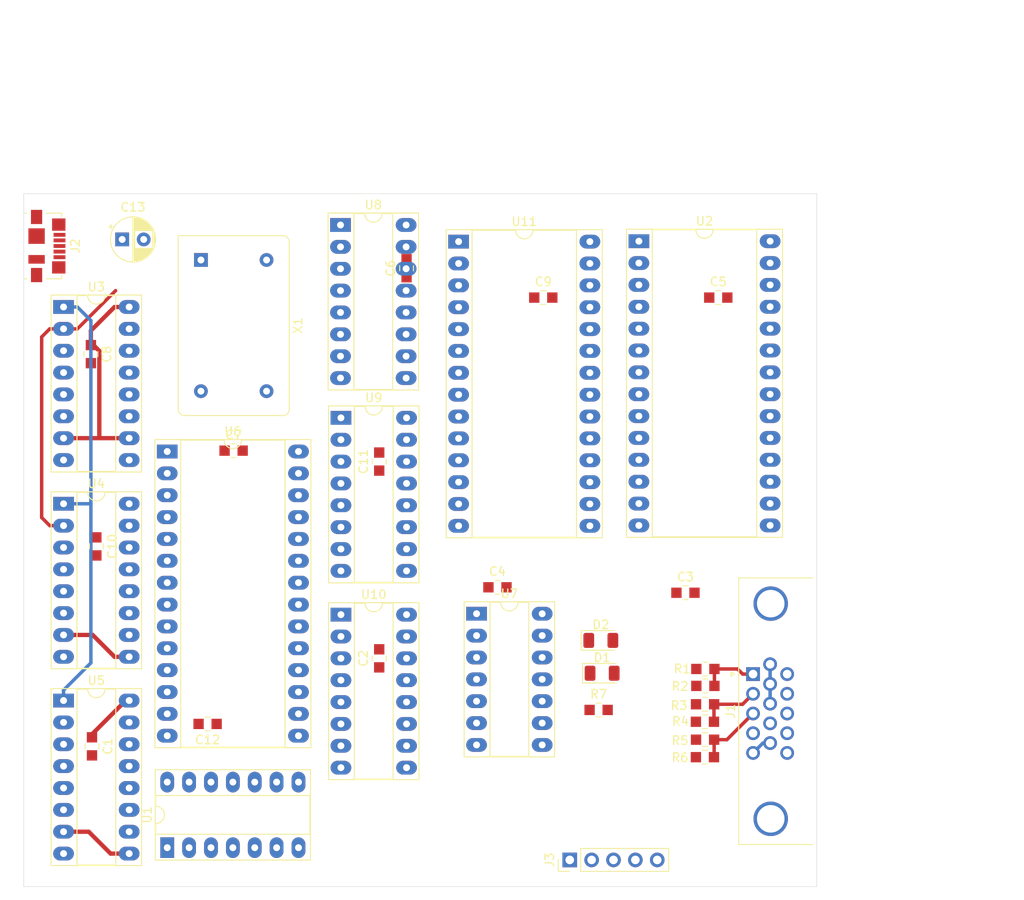
<source format=kicad_pcb>
(kicad_pcb (version 20171130) (host pcbnew "(5.1.5)-3")

  (general
    (thickness 1.6)
    (drawings 7)
    (tracks 47)
    (zones 0)
    (modules 37)
    (nets 103)
  )

  (page A4)
  (layers
    (0 F.Cu signal)
    (31 B.Cu signal)
    (32 B.Adhes user)
    (33 F.Adhes user)
    (34 B.Paste user)
    (35 F.Paste user)
    (36 B.SilkS user)
    (37 F.SilkS user)
    (38 B.Mask user)
    (39 F.Mask user)
    (40 Dwgs.User user)
    (41 Cmts.User user)
    (42 Eco1.User user)
    (43 Eco2.User user)
    (44 Edge.Cuts user)
    (45 Margin user)
    (46 B.CrtYd user)
    (47 F.CrtYd user)
    (48 B.Fab user)
    (49 F.Fab user)
  )

  (setup
    (last_trace_width 0.4)
    (trace_clearance 0.254)
    (zone_clearance 0.508)
    (zone_45_only no)
    (trace_min 0.2)
    (via_size 1.4)
    (via_drill 0.6)
    (via_min_size 0.4)
    (via_min_drill 0.3)
    (uvia_size 0.5)
    (uvia_drill 0.127)
    (uvias_allowed no)
    (uvia_min_size 0.2)
    (uvia_min_drill 0.1)
    (edge_width 0.05)
    (segment_width 0.2)
    (pcb_text_width 0.3)
    (pcb_text_size 1.5 1.5)
    (mod_edge_width 0.12)
    (mod_text_size 1 1)
    (mod_text_width 0.15)
    (pad_size 1.524 1.524)
    (pad_drill 0.762)
    (pad_to_mask_clearance 0.051)
    (solder_mask_min_width 0.25)
    (aux_axis_origin 0 0)
    (visible_elements 7FFFFFFF)
    (pcbplotparams
      (layerselection 0x010fc_ffffffff)
      (usegerberextensions false)
      (usegerberattributes false)
      (usegerberadvancedattributes false)
      (creategerberjobfile false)
      (excludeedgelayer true)
      (linewidth 0.100000)
      (plotframeref false)
      (viasonmask false)
      (mode 1)
      (useauxorigin false)
      (hpglpennumber 1)
      (hpglpenspeed 20)
      (hpglpendiameter 15.000000)
      (psnegative false)
      (psa4output false)
      (plotreference true)
      (plotvalue true)
      (plotinvisibletext false)
      (padsonsilk false)
      (subtractmaskfromsilk false)
      (outputformat 1)
      (mirror false)
      (drillshape 1)
      (scaleselection 1)
      (outputdirectory ""))
  )

  (net 0 "")
  (net 1 +5V)
  (net 2 "Net-(U1-Pad3)")
  (net 3 GND)
  (net 4 "Net-(X1-Pad1)")
  (net 5 "Net-(U3-Pad3)")
  (net 6 "Net-(U3-Pad4)")
  (net 7 "Net-(U3-Pad5)")
  (net 8 "Net-(U3-Pad6)")
  (net 9 "Net-(U3-Pad15)")
  (net 10 /Sheet5E28AA49/H_Q0)
  (net 11 /Sheet5E28AA49/H_Q1)
  (net 12 /Sheet5E28AA49/H_Q2)
  (net 13 /Sheet5E28AA49/H_Q3)
  (net 14 /Sheet5E28AA49/CLK)
  (net 15 /Sheet5E2F2D48/CLK)
  (net 16 /Sheet5E28AA49/H_Q4)
  (net 17 /Sheet5E28AA49/H_Q5)
  (net 18 /Sheet5E28AA49/H_Q6)
  (net 19 /Sheet5E28AA49/H_Q7)
  (net 20 /Sheet5E28AA49/H_Q8)
  (net 21 /Sheet5E28AA49/count242)
  (net 22 /Sheet5E28AA49/count210)
  (net 23 /Sheet5E28AA49/count200)
  (net 24 "Net-(U8-Pad15)")
  (net 25 /Sheet5E2F2D48/V_Q0)
  (net 26 "Net-(U8-Pad6)")
  (net 27 /Sheet5E2F2D48/V_Q1)
  (net 28 "Net-(U8-Pad5)")
  (net 29 /Sheet5E2F2D48/V_Q2)
  (net 30 "Net-(U8-Pad4)")
  (net 31 /Sheet5E2F2D48/V_Q3)
  (net 32 "Net-(U8-Pad3)")
  (net 33 /Sheet5E2F2D48/count628)
  (net 34 "Net-(U10-Pad10)")
  (net 35 /Sheet5E2F2D48/V_Q4)
  (net 36 "Net-(U9-Pad6)")
  (net 37 /Sheet5E2F2D48/V_Q5)
  (net 38 "Net-(U9-Pad5)")
  (net 39 /Sheet5E2F2D48/V_Q6)
  (net 40 "Net-(U9-Pad4)")
  (net 41 /Sheet5E2F2D48/V_Q7)
  (net 42 "Net-(U9-Pad3)")
  (net 43 "Net-(U10-Pad15)")
  (net 44 /Sheet5E2F2D48/V_Q8)
  (net 45 "Net-(U10-Pad6)")
  (net 46 /Sheet5E2F2D48/V_Q9)
  (net 47 "Net-(U10-Pad5)")
  (net 48 "Net-(U10-Pad12)")
  (net 49 "Net-(U10-Pad4)")
  (net 50 "Net-(U10-Pad11)")
  (net 51 "Net-(U10-Pad3)")
  (net 52 "Net-(J1-Pad15)")
  (net 53 "Net-(J1-Pad12)")
  (net 54 "Net-(J1-Pad11)")
  (net 55 "Net-(J1-Pad9)")
  (net 56 "Net-(J1-Pad4)")
  (net 57 "Net-(R1-Pad1)")
  (net 58 "Net-(R2-Pad1)")
  (net 59 "Net-(R3-Pad1)")
  (net 60 "Net-(R4-Pad1)")
  (net 61 "Net-(R5-Pad1)")
  (net 62 "Net-(R6-Pad1)")
  (net 63 /Sheet5E28AA49/~HBLANK)
  (net 64 "Net-(U5-Pad3)")
  (net 65 /Sheet5E2F2D48/count600)
  (net 66 /Sheet5E2F2D48/~VBLANK)
  (net 67 /Sheet5E2F2D48/count605)
  (net 68 "Net-(U11-Pad13)")
  (net 69 "Net-(U11-Pad12)")
  (net 70 "Net-(U11-Pad11)")
  (net 71 /Sheet5E2F2D48/count601)
  (net 72 "Net-(U11-Pad15)")
  (net 73 "Net-(U1-Pad10)")
  (net 74 "Net-(U2-Pad19)")
  (net 75 "Net-(U2-Pad18)")
  (net 76 "Net-(U4-Pad15)")
  (net 77 "Net-(U4-Pad6)")
  (net 78 "Net-(U4-Pad5)")
  (net 79 "Net-(U4-Pad4)")
  (net 80 "Net-(U4-Pad3)")
  (net 81 "Net-(U5-Pad15)")
  (net 82 "Net-(U5-Pad6)")
  (net 83 "Net-(U5-Pad13)")
  (net 84 "Net-(U5-Pad5)")
  (net 85 "Net-(U5-Pad12)")
  (net 86 "Net-(U5-Pad4)")
  (net 87 "Net-(U5-Pad11)")
  (net 88 "Net-(U6-Pad19)")
  (net 89 "Net-(U6-Pad18)")
  (net 90 "Net-(U6-Pad17)")
  (net 91 "Net-(U6-Pad16)")
  (net 92 "Net-(U7-Pad10)")
  (net 93 "Net-(U7-Pad3)")
  (net 94 "Net-(J2-Pad3)")
  (net 95 "Net-(J2-Pad2)")
  (net 96 "Net-(J2-Pad4)")
  (net 97 /VSYNC)
  (net 98 /HSYNC)
  (net 99 /BLUE)
  (net 100 /GREEN)
  (net 101 /RED)
  (net 102 "Net-(D1-Pad2)")

  (net_class Default 这是默认网络类。
    (clearance 0.254)
    (trace_width 0.4)
    (via_dia 1.4)
    (via_drill 0.6)
    (uvia_dia 0.5)
    (uvia_drill 0.127)
    (add_net /BLUE)
    (add_net /GREEN)
    (add_net /HSYNC)
    (add_net /RED)
    (add_net /Sheet5E28AA49/CLK)
    (add_net /Sheet5E28AA49/H_Q0)
    (add_net /Sheet5E28AA49/H_Q1)
    (add_net /Sheet5E28AA49/H_Q2)
    (add_net /Sheet5E28AA49/H_Q3)
    (add_net /Sheet5E28AA49/H_Q4)
    (add_net /Sheet5E28AA49/H_Q5)
    (add_net /Sheet5E28AA49/H_Q6)
    (add_net /Sheet5E28AA49/H_Q7)
    (add_net /Sheet5E28AA49/H_Q8)
    (add_net /Sheet5E28AA49/count200)
    (add_net /Sheet5E28AA49/count210)
    (add_net /Sheet5E28AA49/count242)
    (add_net /Sheet5E28AA49/~HBLANK)
    (add_net /Sheet5E2F2D48/CLK)
    (add_net /Sheet5E2F2D48/V_Q0)
    (add_net /Sheet5E2F2D48/V_Q1)
    (add_net /Sheet5E2F2D48/V_Q2)
    (add_net /Sheet5E2F2D48/V_Q3)
    (add_net /Sheet5E2F2D48/V_Q4)
    (add_net /Sheet5E2F2D48/V_Q5)
    (add_net /Sheet5E2F2D48/V_Q6)
    (add_net /Sheet5E2F2D48/V_Q7)
    (add_net /Sheet5E2F2D48/V_Q8)
    (add_net /Sheet5E2F2D48/V_Q9)
    (add_net /Sheet5E2F2D48/count600)
    (add_net /Sheet5E2F2D48/count601)
    (add_net /Sheet5E2F2D48/count605)
    (add_net /Sheet5E2F2D48/count628)
    (add_net /Sheet5E2F2D48/~VBLANK)
    (add_net /VSYNC)
    (add_net GND)
    (add_net "Net-(D1-Pad2)")
    (add_net "Net-(J1-Pad11)")
    (add_net "Net-(J1-Pad12)")
    (add_net "Net-(J1-Pad15)")
    (add_net "Net-(J1-Pad4)")
    (add_net "Net-(J1-Pad9)")
    (add_net "Net-(J2-Pad2)")
    (add_net "Net-(J2-Pad3)")
    (add_net "Net-(J2-Pad4)")
    (add_net "Net-(R1-Pad1)")
    (add_net "Net-(R2-Pad1)")
    (add_net "Net-(R3-Pad1)")
    (add_net "Net-(R4-Pad1)")
    (add_net "Net-(R5-Pad1)")
    (add_net "Net-(R6-Pad1)")
    (add_net "Net-(U1-Pad10)")
    (add_net "Net-(U1-Pad3)")
    (add_net "Net-(U10-Pad10)")
    (add_net "Net-(U10-Pad11)")
    (add_net "Net-(U10-Pad12)")
    (add_net "Net-(U10-Pad15)")
    (add_net "Net-(U10-Pad3)")
    (add_net "Net-(U10-Pad4)")
    (add_net "Net-(U10-Pad5)")
    (add_net "Net-(U10-Pad6)")
    (add_net "Net-(U11-Pad11)")
    (add_net "Net-(U11-Pad12)")
    (add_net "Net-(U11-Pad13)")
    (add_net "Net-(U11-Pad15)")
    (add_net "Net-(U2-Pad18)")
    (add_net "Net-(U2-Pad19)")
    (add_net "Net-(U3-Pad15)")
    (add_net "Net-(U3-Pad3)")
    (add_net "Net-(U3-Pad4)")
    (add_net "Net-(U3-Pad5)")
    (add_net "Net-(U3-Pad6)")
    (add_net "Net-(U4-Pad15)")
    (add_net "Net-(U4-Pad3)")
    (add_net "Net-(U4-Pad4)")
    (add_net "Net-(U4-Pad5)")
    (add_net "Net-(U4-Pad6)")
    (add_net "Net-(U5-Pad11)")
    (add_net "Net-(U5-Pad12)")
    (add_net "Net-(U5-Pad13)")
    (add_net "Net-(U5-Pad15)")
    (add_net "Net-(U5-Pad3)")
    (add_net "Net-(U5-Pad4)")
    (add_net "Net-(U5-Pad5)")
    (add_net "Net-(U5-Pad6)")
    (add_net "Net-(U6-Pad16)")
    (add_net "Net-(U6-Pad17)")
    (add_net "Net-(U6-Pad18)")
    (add_net "Net-(U6-Pad19)")
    (add_net "Net-(U7-Pad10)")
    (add_net "Net-(U7-Pad3)")
    (add_net "Net-(U8-Pad15)")
    (add_net "Net-(U8-Pad3)")
    (add_net "Net-(U8-Pad4)")
    (add_net "Net-(U8-Pad5)")
    (add_net "Net-(U8-Pad6)")
    (add_net "Net-(U9-Pad3)")
    (add_net "Net-(U9-Pad4)")
    (add_net "Net-(U9-Pad5)")
    (add_net "Net-(U9-Pad6)")
    (add_net "Net-(X1-Pad1)")
  )

  (net_class Power ""
    (clearance 0.254)
    (trace_width 0.5)
    (via_dia 1.6)
    (via_drill 0.6)
    (uvia_dia 0.5)
    (uvia_drill 0.127)
    (add_net +5V)
  )

  (module digikey-footprints:0805 (layer F.Cu) (tedit 5D288D36) (tstamp 5FBA679D)
    (at 175.9712 116.4844)
    (path /5FCF4A90)
    (attr smd)
    (fp_text reference R7 (at 0 -1.84) (layer F.SilkS)
      (effects (font (size 1 1) (thickness 0.15)))
    )
    (fp_text value 4.7k (at 0 1.95) (layer F.Fab)
      (effects (font (size 1 1) (thickness 0.15)))
    )
    (fp_line (start -0.95 -0.675) (end -0.95 0.675) (layer F.Fab) (width 0.12))
    (fp_line (start 0.95 -0.675) (end 0.95 0.675) (layer F.Fab) (width 0.12))
    (fp_line (start -0.95 -0.68) (end 0.95 -0.68) (layer F.Fab) (width 0.12))
    (fp_line (start -0.95 0.68) (end 0.95 0.68) (layer F.Fab) (width 0.12))
    (fp_line (start -0.3 -0.8) (end 0.3 -0.8) (layer F.SilkS) (width 0.12))
    (fp_line (start -0.32 0.8) (end 0.28 0.8) (layer F.SilkS) (width 0.12))
    (fp_line (start -1.9 0.93) (end -1.9 -0.93) (layer F.CrtYd) (width 0.05))
    (fp_line (start 1.9 0.93) (end 1.9 -0.93) (layer F.CrtYd) (width 0.05))
    (fp_line (start -1.9 -0.93) (end 1.9 -0.93) (layer F.CrtYd) (width 0.05))
    (fp_line (start -1.9 0.93) (end 1.9 0.93) (layer F.CrtYd) (width 0.05))
    (pad 1 smd rect (at -1.05 0) (size 1.2 1.2) (layers F.Cu F.Paste F.Mask)
      (net 1 +5V))
    (pad 2 smd rect (at 1.05 0) (size 1.2 1.2) (layers F.Cu F.Paste F.Mask)
      (net 102 "Net-(D1-Pad2)"))
  )

  (module Diode_SMD:D_1206_3216Metric (layer F.Cu) (tedit 5B301BBE) (tstamp 5FBA65F9)
    (at 176.2252 108.4072)
    (descr "Diode SMD 1206 (3216 Metric), square (rectangular) end terminal, IPC_7351 nominal, (Body size source: http://www.tortai-tech.com/upload/download/2011102023233369053.pdf), generated with kicad-footprint-generator")
    (tags diode)
    (path /5FCD9162)
    (attr smd)
    (fp_text reference D2 (at 0 -1.82) (layer F.SilkS)
      (effects (font (size 1 1) (thickness 0.15)))
    )
    (fp_text value 1N4148 (at 0 1.82) (layer F.Fab)
      (effects (font (size 1 1) (thickness 0.15)))
    )
    (fp_text user %R (at 0 0) (layer F.Fab)
      (effects (font (size 0.8 0.8) (thickness 0.12)))
    )
    (fp_line (start 2.28 1.12) (end -2.28 1.12) (layer F.CrtYd) (width 0.05))
    (fp_line (start 2.28 -1.12) (end 2.28 1.12) (layer F.CrtYd) (width 0.05))
    (fp_line (start -2.28 -1.12) (end 2.28 -1.12) (layer F.CrtYd) (width 0.05))
    (fp_line (start -2.28 1.12) (end -2.28 -1.12) (layer F.CrtYd) (width 0.05))
    (fp_line (start -2.285 1.135) (end 1.6 1.135) (layer F.SilkS) (width 0.12))
    (fp_line (start -2.285 -1.135) (end -2.285 1.135) (layer F.SilkS) (width 0.12))
    (fp_line (start 1.6 -1.135) (end -2.285 -1.135) (layer F.SilkS) (width 0.12))
    (fp_line (start 1.6 0.8) (end 1.6 -0.8) (layer F.Fab) (width 0.1))
    (fp_line (start -1.6 0.8) (end 1.6 0.8) (layer F.Fab) (width 0.1))
    (fp_line (start -1.6 -0.4) (end -1.6 0.8) (layer F.Fab) (width 0.1))
    (fp_line (start -1.2 -0.8) (end -1.6 -0.4) (layer F.Fab) (width 0.1))
    (fp_line (start 1.6 -0.8) (end -1.2 -0.8) (layer F.Fab) (width 0.1))
    (pad 2 smd roundrect (at 1.4 0) (size 1.25 1.75) (layers F.Cu F.Paste F.Mask) (roundrect_rratio 0.2)
      (net 102 "Net-(D1-Pad2)"))
    (pad 1 smd roundrect (at -1.4 0) (size 1.25 1.75) (layers F.Cu F.Paste F.Mask) (roundrect_rratio 0.2)
      (net 66 /Sheet5E2F2D48/~VBLANK))
    (model ${KISYS3DMOD}/Diode_SMD.3dshapes/D_1206_3216Metric.wrl
      (at (xyz 0 0 0))
      (scale (xyz 1 1 1))
      (rotate (xyz 0 0 0))
    )
  )

  (module Diode_SMD:D_1206_3216Metric (layer F.Cu) (tedit 5B301BBE) (tstamp 5FBA65E6)
    (at 176.3776 112.2172)
    (descr "Diode SMD 1206 (3216 Metric), square (rectangular) end terminal, IPC_7351 nominal, (Body size source: http://www.tortai-tech.com/upload/download/2011102023233369053.pdf), generated with kicad-footprint-generator")
    (tags diode)
    (path /5FCD88D7)
    (attr smd)
    (fp_text reference D1 (at 0 -1.82) (layer F.SilkS)
      (effects (font (size 1 1) (thickness 0.15)))
    )
    (fp_text value 1N4148 (at -0.516201 2.056199) (layer F.Fab)
      (effects (font (size 1 1) (thickness 0.15)))
    )
    (fp_text user %R (at 0 0) (layer F.Fab)
      (effects (font (size 0.8 0.8) (thickness 0.12)))
    )
    (fp_line (start 2.28 1.12) (end -2.28 1.12) (layer F.CrtYd) (width 0.05))
    (fp_line (start 2.28 -1.12) (end 2.28 1.12) (layer F.CrtYd) (width 0.05))
    (fp_line (start -2.28 -1.12) (end 2.28 -1.12) (layer F.CrtYd) (width 0.05))
    (fp_line (start -2.28 1.12) (end -2.28 -1.12) (layer F.CrtYd) (width 0.05))
    (fp_line (start -2.285 1.135) (end 1.6 1.135) (layer F.SilkS) (width 0.12))
    (fp_line (start -2.285 -1.135) (end -2.285 1.135) (layer F.SilkS) (width 0.12))
    (fp_line (start 1.6 -1.135) (end -2.285 -1.135) (layer F.SilkS) (width 0.12))
    (fp_line (start 1.6 0.8) (end 1.6 -0.8) (layer F.Fab) (width 0.1))
    (fp_line (start -1.6 0.8) (end 1.6 0.8) (layer F.Fab) (width 0.1))
    (fp_line (start -1.6 -0.4) (end -1.6 0.8) (layer F.Fab) (width 0.1))
    (fp_line (start -1.2 -0.8) (end -1.6 -0.4) (layer F.Fab) (width 0.1))
    (fp_line (start 1.6 -0.8) (end -1.2 -0.8) (layer F.Fab) (width 0.1))
    (pad 2 smd roundrect (at 1.4 0) (size 1.25 1.75) (layers F.Cu F.Paste F.Mask) (roundrect_rratio 0.2)
      (net 102 "Net-(D1-Pad2)"))
    (pad 1 smd roundrect (at -1.4 0) (size 1.25 1.75) (layers F.Cu F.Paste F.Mask) (roundrect_rratio 0.2)
      (net 63 /Sheet5E28AA49/~HBLANK))
    (model ${KISYS3DMOD}/Diode_SMD.3dshapes/D_1206_3216Metric.wrl
      (at (xyz 0 0 0))
      (scale (xyz 1 1 1))
      (rotate (xyz 0 0 0))
    )
  )

  (module Capacitor_THT:CP_Radial_D5.0mm_P2.50mm (layer F.Cu) (tedit 5AE50EF0) (tstamp 5FB98E8C)
    (at 120.65 61.8236)
    (descr "CP, Radial series, Radial, pin pitch=2.50mm, , diameter=5mm, Electrolytic Capacitor")
    (tags "CP Radial series Radial pin pitch 2.50mm  diameter 5mm Electrolytic Capacitor")
    (path /5FB9DCC7)
    (fp_text reference C13 (at 1.25 -3.75) (layer F.SilkS)
      (effects (font (size 1 1) (thickness 0.15)))
    )
    (fp_text value 100uF (at 1.25 3.75) (layer F.Fab)
      (effects (font (size 1 1) (thickness 0.15)))
    )
    (fp_text user %R (at 1.25 0) (layer F.Fab)
      (effects (font (size 1 1) (thickness 0.15)))
    )
    (fp_line (start -1.304775 -1.725) (end -1.304775 -1.225) (layer F.SilkS) (width 0.12))
    (fp_line (start -1.554775 -1.475) (end -1.054775 -1.475) (layer F.SilkS) (width 0.12))
    (fp_line (start 3.851 -0.284) (end 3.851 0.284) (layer F.SilkS) (width 0.12))
    (fp_line (start 3.811 -0.518) (end 3.811 0.518) (layer F.SilkS) (width 0.12))
    (fp_line (start 3.771 -0.677) (end 3.771 0.677) (layer F.SilkS) (width 0.12))
    (fp_line (start 3.731 -0.805) (end 3.731 0.805) (layer F.SilkS) (width 0.12))
    (fp_line (start 3.691 -0.915) (end 3.691 0.915) (layer F.SilkS) (width 0.12))
    (fp_line (start 3.651 -1.011) (end 3.651 1.011) (layer F.SilkS) (width 0.12))
    (fp_line (start 3.611 -1.098) (end 3.611 1.098) (layer F.SilkS) (width 0.12))
    (fp_line (start 3.571 -1.178) (end 3.571 1.178) (layer F.SilkS) (width 0.12))
    (fp_line (start 3.531 1.04) (end 3.531 1.251) (layer F.SilkS) (width 0.12))
    (fp_line (start 3.531 -1.251) (end 3.531 -1.04) (layer F.SilkS) (width 0.12))
    (fp_line (start 3.491 1.04) (end 3.491 1.319) (layer F.SilkS) (width 0.12))
    (fp_line (start 3.491 -1.319) (end 3.491 -1.04) (layer F.SilkS) (width 0.12))
    (fp_line (start 3.451 1.04) (end 3.451 1.383) (layer F.SilkS) (width 0.12))
    (fp_line (start 3.451 -1.383) (end 3.451 -1.04) (layer F.SilkS) (width 0.12))
    (fp_line (start 3.411 1.04) (end 3.411 1.443) (layer F.SilkS) (width 0.12))
    (fp_line (start 3.411 -1.443) (end 3.411 -1.04) (layer F.SilkS) (width 0.12))
    (fp_line (start 3.371 1.04) (end 3.371 1.5) (layer F.SilkS) (width 0.12))
    (fp_line (start 3.371 -1.5) (end 3.371 -1.04) (layer F.SilkS) (width 0.12))
    (fp_line (start 3.331 1.04) (end 3.331 1.554) (layer F.SilkS) (width 0.12))
    (fp_line (start 3.331 -1.554) (end 3.331 -1.04) (layer F.SilkS) (width 0.12))
    (fp_line (start 3.291 1.04) (end 3.291 1.605) (layer F.SilkS) (width 0.12))
    (fp_line (start 3.291 -1.605) (end 3.291 -1.04) (layer F.SilkS) (width 0.12))
    (fp_line (start 3.251 1.04) (end 3.251 1.653) (layer F.SilkS) (width 0.12))
    (fp_line (start 3.251 -1.653) (end 3.251 -1.04) (layer F.SilkS) (width 0.12))
    (fp_line (start 3.211 1.04) (end 3.211 1.699) (layer F.SilkS) (width 0.12))
    (fp_line (start 3.211 -1.699) (end 3.211 -1.04) (layer F.SilkS) (width 0.12))
    (fp_line (start 3.171 1.04) (end 3.171 1.743) (layer F.SilkS) (width 0.12))
    (fp_line (start 3.171 -1.743) (end 3.171 -1.04) (layer F.SilkS) (width 0.12))
    (fp_line (start 3.131 1.04) (end 3.131 1.785) (layer F.SilkS) (width 0.12))
    (fp_line (start 3.131 -1.785) (end 3.131 -1.04) (layer F.SilkS) (width 0.12))
    (fp_line (start 3.091 1.04) (end 3.091 1.826) (layer F.SilkS) (width 0.12))
    (fp_line (start 3.091 -1.826) (end 3.091 -1.04) (layer F.SilkS) (width 0.12))
    (fp_line (start 3.051 1.04) (end 3.051 1.864) (layer F.SilkS) (width 0.12))
    (fp_line (start 3.051 -1.864) (end 3.051 -1.04) (layer F.SilkS) (width 0.12))
    (fp_line (start 3.011 1.04) (end 3.011 1.901) (layer F.SilkS) (width 0.12))
    (fp_line (start 3.011 -1.901) (end 3.011 -1.04) (layer F.SilkS) (width 0.12))
    (fp_line (start 2.971 1.04) (end 2.971 1.937) (layer F.SilkS) (width 0.12))
    (fp_line (start 2.971 -1.937) (end 2.971 -1.04) (layer F.SilkS) (width 0.12))
    (fp_line (start 2.931 1.04) (end 2.931 1.971) (layer F.SilkS) (width 0.12))
    (fp_line (start 2.931 -1.971) (end 2.931 -1.04) (layer F.SilkS) (width 0.12))
    (fp_line (start 2.891 1.04) (end 2.891 2.004) (layer F.SilkS) (width 0.12))
    (fp_line (start 2.891 -2.004) (end 2.891 -1.04) (layer F.SilkS) (width 0.12))
    (fp_line (start 2.851 1.04) (end 2.851 2.035) (layer F.SilkS) (width 0.12))
    (fp_line (start 2.851 -2.035) (end 2.851 -1.04) (layer F.SilkS) (width 0.12))
    (fp_line (start 2.811 1.04) (end 2.811 2.065) (layer F.SilkS) (width 0.12))
    (fp_line (start 2.811 -2.065) (end 2.811 -1.04) (layer F.SilkS) (width 0.12))
    (fp_line (start 2.771 1.04) (end 2.771 2.095) (layer F.SilkS) (width 0.12))
    (fp_line (start 2.771 -2.095) (end 2.771 -1.04) (layer F.SilkS) (width 0.12))
    (fp_line (start 2.731 1.04) (end 2.731 2.122) (layer F.SilkS) (width 0.12))
    (fp_line (start 2.731 -2.122) (end 2.731 -1.04) (layer F.SilkS) (width 0.12))
    (fp_line (start 2.691 1.04) (end 2.691 2.149) (layer F.SilkS) (width 0.12))
    (fp_line (start 2.691 -2.149) (end 2.691 -1.04) (layer F.SilkS) (width 0.12))
    (fp_line (start 2.651 1.04) (end 2.651 2.175) (layer F.SilkS) (width 0.12))
    (fp_line (start 2.651 -2.175) (end 2.651 -1.04) (layer F.SilkS) (width 0.12))
    (fp_line (start 2.611 1.04) (end 2.611 2.2) (layer F.SilkS) (width 0.12))
    (fp_line (start 2.611 -2.2) (end 2.611 -1.04) (layer F.SilkS) (width 0.12))
    (fp_line (start 2.571 1.04) (end 2.571 2.224) (layer F.SilkS) (width 0.12))
    (fp_line (start 2.571 -2.224) (end 2.571 -1.04) (layer F.SilkS) (width 0.12))
    (fp_line (start 2.531 1.04) (end 2.531 2.247) (layer F.SilkS) (width 0.12))
    (fp_line (start 2.531 -2.247) (end 2.531 -1.04) (layer F.SilkS) (width 0.12))
    (fp_line (start 2.491 1.04) (end 2.491 2.268) (layer F.SilkS) (width 0.12))
    (fp_line (start 2.491 -2.268) (end 2.491 -1.04) (layer F.SilkS) (width 0.12))
    (fp_line (start 2.451 1.04) (end 2.451 2.29) (layer F.SilkS) (width 0.12))
    (fp_line (start 2.451 -2.29) (end 2.451 -1.04) (layer F.SilkS) (width 0.12))
    (fp_line (start 2.411 1.04) (end 2.411 2.31) (layer F.SilkS) (width 0.12))
    (fp_line (start 2.411 -2.31) (end 2.411 -1.04) (layer F.SilkS) (width 0.12))
    (fp_line (start 2.371 1.04) (end 2.371 2.329) (layer F.SilkS) (width 0.12))
    (fp_line (start 2.371 -2.329) (end 2.371 -1.04) (layer F.SilkS) (width 0.12))
    (fp_line (start 2.331 1.04) (end 2.331 2.348) (layer F.SilkS) (width 0.12))
    (fp_line (start 2.331 -2.348) (end 2.331 -1.04) (layer F.SilkS) (width 0.12))
    (fp_line (start 2.291 1.04) (end 2.291 2.365) (layer F.SilkS) (width 0.12))
    (fp_line (start 2.291 -2.365) (end 2.291 -1.04) (layer F.SilkS) (width 0.12))
    (fp_line (start 2.251 1.04) (end 2.251 2.382) (layer F.SilkS) (width 0.12))
    (fp_line (start 2.251 -2.382) (end 2.251 -1.04) (layer F.SilkS) (width 0.12))
    (fp_line (start 2.211 1.04) (end 2.211 2.398) (layer F.SilkS) (width 0.12))
    (fp_line (start 2.211 -2.398) (end 2.211 -1.04) (layer F.SilkS) (width 0.12))
    (fp_line (start 2.171 1.04) (end 2.171 2.414) (layer F.SilkS) (width 0.12))
    (fp_line (start 2.171 -2.414) (end 2.171 -1.04) (layer F.SilkS) (width 0.12))
    (fp_line (start 2.131 1.04) (end 2.131 2.428) (layer F.SilkS) (width 0.12))
    (fp_line (start 2.131 -2.428) (end 2.131 -1.04) (layer F.SilkS) (width 0.12))
    (fp_line (start 2.091 1.04) (end 2.091 2.442) (layer F.SilkS) (width 0.12))
    (fp_line (start 2.091 -2.442) (end 2.091 -1.04) (layer F.SilkS) (width 0.12))
    (fp_line (start 2.051 1.04) (end 2.051 2.455) (layer F.SilkS) (width 0.12))
    (fp_line (start 2.051 -2.455) (end 2.051 -1.04) (layer F.SilkS) (width 0.12))
    (fp_line (start 2.011 1.04) (end 2.011 2.468) (layer F.SilkS) (width 0.12))
    (fp_line (start 2.011 -2.468) (end 2.011 -1.04) (layer F.SilkS) (width 0.12))
    (fp_line (start 1.971 1.04) (end 1.971 2.48) (layer F.SilkS) (width 0.12))
    (fp_line (start 1.971 -2.48) (end 1.971 -1.04) (layer F.SilkS) (width 0.12))
    (fp_line (start 1.93 1.04) (end 1.93 2.491) (layer F.SilkS) (width 0.12))
    (fp_line (start 1.93 -2.491) (end 1.93 -1.04) (layer F.SilkS) (width 0.12))
    (fp_line (start 1.89 1.04) (end 1.89 2.501) (layer F.SilkS) (width 0.12))
    (fp_line (start 1.89 -2.501) (end 1.89 -1.04) (layer F.SilkS) (width 0.12))
    (fp_line (start 1.85 1.04) (end 1.85 2.511) (layer F.SilkS) (width 0.12))
    (fp_line (start 1.85 -2.511) (end 1.85 -1.04) (layer F.SilkS) (width 0.12))
    (fp_line (start 1.81 1.04) (end 1.81 2.52) (layer F.SilkS) (width 0.12))
    (fp_line (start 1.81 -2.52) (end 1.81 -1.04) (layer F.SilkS) (width 0.12))
    (fp_line (start 1.77 1.04) (end 1.77 2.528) (layer F.SilkS) (width 0.12))
    (fp_line (start 1.77 -2.528) (end 1.77 -1.04) (layer F.SilkS) (width 0.12))
    (fp_line (start 1.73 1.04) (end 1.73 2.536) (layer F.SilkS) (width 0.12))
    (fp_line (start 1.73 -2.536) (end 1.73 -1.04) (layer F.SilkS) (width 0.12))
    (fp_line (start 1.69 1.04) (end 1.69 2.543) (layer F.SilkS) (width 0.12))
    (fp_line (start 1.69 -2.543) (end 1.69 -1.04) (layer F.SilkS) (width 0.12))
    (fp_line (start 1.65 1.04) (end 1.65 2.55) (layer F.SilkS) (width 0.12))
    (fp_line (start 1.65 -2.55) (end 1.65 -1.04) (layer F.SilkS) (width 0.12))
    (fp_line (start 1.61 1.04) (end 1.61 2.556) (layer F.SilkS) (width 0.12))
    (fp_line (start 1.61 -2.556) (end 1.61 -1.04) (layer F.SilkS) (width 0.12))
    (fp_line (start 1.57 1.04) (end 1.57 2.561) (layer F.SilkS) (width 0.12))
    (fp_line (start 1.57 -2.561) (end 1.57 -1.04) (layer F.SilkS) (width 0.12))
    (fp_line (start 1.53 1.04) (end 1.53 2.565) (layer F.SilkS) (width 0.12))
    (fp_line (start 1.53 -2.565) (end 1.53 -1.04) (layer F.SilkS) (width 0.12))
    (fp_line (start 1.49 1.04) (end 1.49 2.569) (layer F.SilkS) (width 0.12))
    (fp_line (start 1.49 -2.569) (end 1.49 -1.04) (layer F.SilkS) (width 0.12))
    (fp_line (start 1.45 -2.573) (end 1.45 2.573) (layer F.SilkS) (width 0.12))
    (fp_line (start 1.41 -2.576) (end 1.41 2.576) (layer F.SilkS) (width 0.12))
    (fp_line (start 1.37 -2.578) (end 1.37 2.578) (layer F.SilkS) (width 0.12))
    (fp_line (start 1.33 -2.579) (end 1.33 2.579) (layer F.SilkS) (width 0.12))
    (fp_line (start 1.29 -2.58) (end 1.29 2.58) (layer F.SilkS) (width 0.12))
    (fp_line (start 1.25 -2.58) (end 1.25 2.58) (layer F.SilkS) (width 0.12))
    (fp_line (start -0.633605 -1.3375) (end -0.633605 -0.8375) (layer F.Fab) (width 0.1))
    (fp_line (start -0.883605 -1.0875) (end -0.383605 -1.0875) (layer F.Fab) (width 0.1))
    (fp_circle (center 1.25 0) (end 4 0) (layer F.CrtYd) (width 0.05))
    (fp_circle (center 1.25 0) (end 3.87 0) (layer F.SilkS) (width 0.12))
    (fp_circle (center 1.25 0) (end 3.75 0) (layer F.Fab) (width 0.1))
    (pad 2 thru_hole circle (at 2.5 0) (size 1.6 1.6) (drill 0.8) (layers *.Cu *.Mask)
      (net 3 GND))
    (pad 1 thru_hole rect (at 0 0) (size 1.6 1.6) (drill 0.8) (layers *.Cu *.Mask)
      (net 1 +5V))
    (model ${KISYS3DMOD}/Capacitor_THT.3dshapes/CP_Radial_D5.0mm_P2.50mm.wrl
      (at (xyz 0 0 0))
      (scale (xyz 1 1 1))
      (rotate (xyz 0 0 0))
    )
  )

  (module Package_DIP:DIP-14_W7.62mm_Socket_LongPads (layer F.Cu) (tedit 5A02E8C5) (tstamp 5FBA1F96)
    (at 161.798 105.3084)
    (descr "14-lead though-hole mounted DIP package, row spacing 7.62 mm (300 mils), Socket, LongPads")
    (tags "THT DIP DIL PDIP 2.54mm 7.62mm 300mil Socket LongPads")
    (path /5E2F2D49/5FC2D3E4)
    (fp_text reference U7 (at 3.81 -2.33) (layer F.SilkS)
      (effects (font (size 1 1) (thickness 0.15)))
    )
    (fp_text value SN74LS00N (at 3.81 17.57) (layer F.Fab)
      (effects (font (size 1 1) (thickness 0.15)))
    )
    (fp_text user %R (at 3.81 7.62) (layer F.Fab)
      (effects (font (size 1 1) (thickness 0.15)))
    )
    (fp_line (start 9.15 -1.6) (end -1.55 -1.6) (layer F.CrtYd) (width 0.05))
    (fp_line (start 9.15 16.85) (end 9.15 -1.6) (layer F.CrtYd) (width 0.05))
    (fp_line (start -1.55 16.85) (end 9.15 16.85) (layer F.CrtYd) (width 0.05))
    (fp_line (start -1.55 -1.6) (end -1.55 16.85) (layer F.CrtYd) (width 0.05))
    (fp_line (start 9.06 -1.39) (end -1.44 -1.39) (layer F.SilkS) (width 0.12))
    (fp_line (start 9.06 16.63) (end 9.06 -1.39) (layer F.SilkS) (width 0.12))
    (fp_line (start -1.44 16.63) (end 9.06 16.63) (layer F.SilkS) (width 0.12))
    (fp_line (start -1.44 -1.39) (end -1.44 16.63) (layer F.SilkS) (width 0.12))
    (fp_line (start 6.06 -1.33) (end 4.81 -1.33) (layer F.SilkS) (width 0.12))
    (fp_line (start 6.06 16.57) (end 6.06 -1.33) (layer F.SilkS) (width 0.12))
    (fp_line (start 1.56 16.57) (end 6.06 16.57) (layer F.SilkS) (width 0.12))
    (fp_line (start 1.56 -1.33) (end 1.56 16.57) (layer F.SilkS) (width 0.12))
    (fp_line (start 2.81 -1.33) (end 1.56 -1.33) (layer F.SilkS) (width 0.12))
    (fp_line (start 8.89 -1.33) (end -1.27 -1.33) (layer F.Fab) (width 0.1))
    (fp_line (start 8.89 16.57) (end 8.89 -1.33) (layer F.Fab) (width 0.1))
    (fp_line (start -1.27 16.57) (end 8.89 16.57) (layer F.Fab) (width 0.1))
    (fp_line (start -1.27 -1.33) (end -1.27 16.57) (layer F.Fab) (width 0.1))
    (fp_line (start 0.635 -0.27) (end 1.635 -1.27) (layer F.Fab) (width 0.1))
    (fp_line (start 0.635 16.51) (end 0.635 -0.27) (layer F.Fab) (width 0.1))
    (fp_line (start 6.985 16.51) (end 0.635 16.51) (layer F.Fab) (width 0.1))
    (fp_line (start 6.985 -1.27) (end 6.985 16.51) (layer F.Fab) (width 0.1))
    (fp_line (start 1.635 -1.27) (end 6.985 -1.27) (layer F.Fab) (width 0.1))
    (fp_arc (start 3.81 -1.33) (end 2.81 -1.33) (angle -180) (layer F.SilkS) (width 0.12))
    (pad 14 thru_hole oval (at 7.62 0) (size 2.4 1.6) (drill 0.8) (layers *.Cu *.Mask)
      (net 1 +5V))
    (pad 7 thru_hole oval (at 0 15.24) (size 2.4 1.6) (drill 0.8) (layers *.Cu *.Mask)
      (net 3 GND))
    (pad 13 thru_hole oval (at 7.62 2.54) (size 2.4 1.6) (drill 0.8) (layers *.Cu *.Mask)
      (net 65 /Sheet5E2F2D48/count600))
    (pad 6 thru_hole oval (at 0 12.7) (size 2.4 1.6) (drill 0.8) (layers *.Cu *.Mask)
      (net 97 /VSYNC))
    (pad 12 thru_hole oval (at 7.62 5.08) (size 2.4 1.6) (drill 0.8) (layers *.Cu *.Mask)
      (net 66 /Sheet5E2F2D48/~VBLANK))
    (pad 5 thru_hole oval (at 0 10.16) (size 2.4 1.6) (drill 0.8) (layers *.Cu *.Mask)
      (net 67 /Sheet5E2F2D48/count605))
    (pad 11 thru_hole oval (at 7.62 7.62) (size 2.4 1.6) (drill 0.8) (layers *.Cu *.Mask)
      (net 92 "Net-(U7-Pad10)"))
    (pad 4 thru_hole oval (at 0 7.62) (size 2.4 1.6) (drill 0.8) (layers *.Cu *.Mask)
      (net 93 "Net-(U7-Pad3)"))
    (pad 10 thru_hole oval (at 7.62 10.16) (size 2.4 1.6) (drill 0.8) (layers *.Cu *.Mask)
      (net 92 "Net-(U7-Pad10)"))
    (pad 3 thru_hole oval (at 0 5.08) (size 2.4 1.6) (drill 0.8) (layers *.Cu *.Mask)
      (net 93 "Net-(U7-Pad3)"))
    (pad 9 thru_hole oval (at 7.62 12.7) (size 2.4 1.6) (drill 0.8) (layers *.Cu *.Mask)
      (net 33 /Sheet5E2F2D48/count628))
    (pad 2 thru_hole oval (at 0 2.54) (size 2.4 1.6) (drill 0.8) (layers *.Cu *.Mask)
      (net 97 /VSYNC))
    (pad 8 thru_hole oval (at 7.62 15.24) (size 2.4 1.6) (drill 0.8) (layers *.Cu *.Mask)
      (net 66 /Sheet5E2F2D48/~VBLANK))
    (pad 1 thru_hole rect (at 0 0) (size 2.4 1.6) (drill 0.8) (layers *.Cu *.Mask)
      (net 71 /Sheet5E2F2D48/count601))
    (model ${KISYS3DMOD}/Package_DIP.3dshapes/DIP-14_W7.62mm_Socket.wrl
      (at (xyz 0 0 0))
      (scale (xyz 1 1 1))
      (rotate (xyz 0 0 0))
    )
  )

  (module Connector_PinHeader_2.54mm:PinHeader_1x05_P2.54mm_Vertical (layer F.Cu) (tedit 59FED5CC) (tstamp 5FB9612C)
    (at 172.6184 133.9088 90)
    (descr "Through hole straight pin header, 1x05, 2.54mm pitch, single row")
    (tags "Through hole pin header THT 1x05 2.54mm single row")
    (path /5FBD74C1)
    (fp_text reference J3 (at 0 -2.33 90) (layer F.SilkS)
      (effects (font (size 1 1) (thickness 0.15)))
    )
    (fp_text value Conn_01x05 (at 0 12.49 90) (layer F.Fab)
      (effects (font (size 1 1) (thickness 0.15)))
    )
    (fp_text user %R (at 0 5.08) (layer F.Fab)
      (effects (font (size 1 1) (thickness 0.15)))
    )
    (fp_line (start 1.8 -1.8) (end -1.8 -1.8) (layer F.CrtYd) (width 0.05))
    (fp_line (start 1.8 11.95) (end 1.8 -1.8) (layer F.CrtYd) (width 0.05))
    (fp_line (start -1.8 11.95) (end 1.8 11.95) (layer F.CrtYd) (width 0.05))
    (fp_line (start -1.8 -1.8) (end -1.8 11.95) (layer F.CrtYd) (width 0.05))
    (fp_line (start -1.33 -1.33) (end 0 -1.33) (layer F.SilkS) (width 0.12))
    (fp_line (start -1.33 0) (end -1.33 -1.33) (layer F.SilkS) (width 0.12))
    (fp_line (start -1.33 1.27) (end 1.33 1.27) (layer F.SilkS) (width 0.12))
    (fp_line (start 1.33 1.27) (end 1.33 11.49) (layer F.SilkS) (width 0.12))
    (fp_line (start -1.33 1.27) (end -1.33 11.49) (layer F.SilkS) (width 0.12))
    (fp_line (start -1.33 11.49) (end 1.33 11.49) (layer F.SilkS) (width 0.12))
    (fp_line (start -1.27 -0.635) (end -0.635 -1.27) (layer F.Fab) (width 0.1))
    (fp_line (start -1.27 11.43) (end -1.27 -0.635) (layer F.Fab) (width 0.1))
    (fp_line (start 1.27 11.43) (end -1.27 11.43) (layer F.Fab) (width 0.1))
    (fp_line (start 1.27 -1.27) (end 1.27 11.43) (layer F.Fab) (width 0.1))
    (fp_line (start -0.635 -1.27) (end 1.27 -1.27) (layer F.Fab) (width 0.1))
    (pad 5 thru_hole oval (at 0 10.16 90) (size 1.7 1.7) (drill 1) (layers *.Cu *.Mask)
      (net 97 /VSYNC))
    (pad 4 thru_hole oval (at 0 7.62 90) (size 1.7 1.7) (drill 1) (layers *.Cu *.Mask)
      (net 98 /HSYNC))
    (pad 3 thru_hole oval (at 0 5.08 90) (size 1.7 1.7) (drill 1) (layers *.Cu *.Mask)
      (net 99 /BLUE))
    (pad 2 thru_hole oval (at 0 2.54 90) (size 1.7 1.7) (drill 1) (layers *.Cu *.Mask)
      (net 100 /GREEN))
    (pad 1 thru_hole rect (at 0 0 90) (size 1.7 1.7) (drill 1) (layers *.Cu *.Mask)
      (net 101 /RED))
    (model ${KISYS3DMOD}/Connector_PinHeader_2.54mm.3dshapes/PinHeader_1x05_P2.54mm_Vertical.wrl
      (at (xyz 0 0 0))
      (scale (xyz 1 1 1))
      (rotate (xyz 0 0 0))
    )
  )

  (module Connector_USB:USB_Micro-B_Molex_47346-0001 (layer F.Cu) (tedit 5D8620A7) (tstamp 5FB92418)
    (at 111.9124 62.5856 270)
    (descr "Micro USB B receptable with flange, bottom-mount, SMD, right-angle (http://www.molex.com/pdm_docs/sd/473460001_sd.pdf)")
    (tags "Micro B USB SMD")
    (path /5FBCC1C9)
    (attr smd)
    (fp_text reference J2 (at 0 -3.3 270) (layer F.SilkS)
      (effects (font (size 1 1) (thickness 0.15)))
    )
    (fp_text value USB_B_Micro (at 0 4.6 270) (layer F.Fab)
      (effects (font (size 1 1) (thickness 0.15)))
    )
    (fp_line (start -3.25 2.65) (end 3.25 2.65) (layer F.Fab) (width 0.1))
    (fp_line (start -3.81 2.6) (end -3.81 2.34) (layer F.SilkS) (width 0.12))
    (fp_line (start -3.81 0.06) (end -3.81 -1.71) (layer F.SilkS) (width 0.12))
    (fp_line (start -3.81 -1.71) (end -3.43 -1.71) (layer F.SilkS) (width 0.12))
    (fp_line (start 3.81 -1.71) (end 3.81 0.06) (layer F.SilkS) (width 0.12))
    (fp_line (start 3.81 2.34) (end 3.81 2.6) (layer F.SilkS) (width 0.12))
    (fp_line (start -3.75 3.35) (end -3.75 -1.65) (layer F.Fab) (width 0.1))
    (fp_line (start -3.75 -1.65) (end 3.75 -1.65) (layer F.Fab) (width 0.1))
    (fp_line (start 3.75 -1.65) (end 3.75 3.35) (layer F.Fab) (width 0.1))
    (fp_line (start 3.75 3.35) (end -3.75 3.35) (layer F.Fab) (width 0.1))
    (fp_line (start -4.7 3.85) (end -4.7 -2.65) (layer F.CrtYd) (width 0.05))
    (fp_line (start -4.7 -2.65) (end 4.7 -2.65) (layer F.CrtYd) (width 0.05))
    (fp_line (start 4.7 -2.65) (end 4.7 3.85) (layer F.CrtYd) (width 0.05))
    (fp_line (start 4.7 3.85) (end -4.7 3.85) (layer F.CrtYd) (width 0.05))
    (fp_line (start 3.81 -1.71) (end 3.43 -1.71) (layer F.SilkS) (width 0.12))
    (fp_text user %R (at 0 1.2 90) (layer F.Fab)
      (effects (font (size 1 1) (thickness 0.15)))
    )
    (fp_text user "PCB Edge" (at 0 2.67 270) (layer Dwgs.User)
      (effects (font (size 0.4 0.4) (thickness 0.04)))
    )
    (pad 6 smd rect (at 1.55 1.2 270) (size 1 1.9) (layers F.Cu F.Paste F.Mask)
      (net 3 GND))
    (pad 6 smd rect (at -1.15 1.2 270) (size 1.8 1.9) (layers F.Cu F.Paste F.Mask)
      (net 3 GND))
    (pad 6 smd rect (at 3.375 1.2 270) (size 1.65 1.3) (layers F.Cu F.Paste F.Mask)
      (net 3 GND))
    (pad 6 smd rect (at -3.375 1.2 270) (size 1.65 1.3) (layers F.Cu F.Paste F.Mask)
      (net 3 GND))
    (pad 6 smd rect (at 2.4875 -1.375 270) (size 1.425 1.55) (layers F.Cu F.Paste F.Mask)
      (net 3 GND))
    (pad 6 smd rect (at -2.4875 -1.375 270) (size 1.425 1.55) (layers F.Cu F.Paste F.Mask)
      (net 3 GND))
    (pad 5 smd rect (at 1.3 -1.46 270) (size 0.45 1.38) (layers F.Cu F.Paste F.Mask)
      (net 3 GND))
    (pad 4 smd rect (at 0.65 -1.46 270) (size 0.45 1.38) (layers F.Cu F.Paste F.Mask)
      (net 96 "Net-(J2-Pad4)"))
    (pad 3 smd rect (at 0 -1.46 270) (size 0.45 1.38) (layers F.Cu F.Paste F.Mask)
      (net 94 "Net-(J2-Pad3)"))
    (pad 2 smd rect (at -0.65 -1.46 270) (size 0.45 1.38) (layers F.Cu F.Paste F.Mask)
      (net 95 "Net-(J2-Pad2)"))
    (pad 1 smd rect (at -1.3 -1.46 270) (size 0.45 1.38) (layers F.Cu F.Paste F.Mask)
      (net 1 +5V))
    (model ${KISYS3DMOD}/Connector_USB.3dshapes/USB_Micro-B_Molex_47346-0001.wrl
      (at (xyz 0 0 0))
      (scale (xyz 1 1 1))
      (rotate (xyz 0 0 0))
    )
  )

  (module digikey-footprints:0805 (layer F.Cu) (tedit 5D288D36) (tstamp 5E302029)
    (at 188.3156 121.9708)
    (path /5E3A081A)
    (attr smd)
    (fp_text reference R6 (at -2.8956 0.0508) (layer F.SilkS)
      (effects (font (size 1 1) (thickness 0.15)))
    )
    (fp_text value 1.5K (at 0 1.95) (layer F.Fab)
      (effects (font (size 1 1) (thickness 0.15)))
    )
    (fp_line (start -0.95 -0.675) (end -0.95 0.675) (layer F.Fab) (width 0.12))
    (fp_line (start 0.95 -0.675) (end 0.95 0.675) (layer F.Fab) (width 0.12))
    (fp_line (start -0.95 -0.68) (end 0.95 -0.68) (layer F.Fab) (width 0.12))
    (fp_line (start -0.95 0.68) (end 0.95 0.68) (layer F.Fab) (width 0.12))
    (fp_line (start -0.3 -0.8) (end 0.3 -0.8) (layer F.SilkS) (width 0.12))
    (fp_line (start -0.32 0.8) (end 0.28 0.8) (layer F.SilkS) (width 0.12))
    (fp_line (start -1.9 0.93) (end -1.9 -0.93) (layer F.CrtYd) (width 0.05))
    (fp_line (start 1.9 0.93) (end 1.9 -0.93) (layer F.CrtYd) (width 0.05))
    (fp_line (start -1.9 -0.93) (end 1.9 -0.93) (layer F.CrtYd) (width 0.05))
    (fp_line (start -1.9 0.93) (end 1.9 0.93) (layer F.CrtYd) (width 0.05))
    (pad 1 smd rect (at -1.05 0) (size 1.2 1.2) (layers F.Cu F.Paste F.Mask)
      (net 62 "Net-(R6-Pad1)"))
    (pad 2 smd rect (at 1.05 0) (size 1.2 1.2) (layers F.Cu F.Paste F.Mask)
      (net 99 /BLUE))
  )

  (module digikey-footprints:0805 (layer F.Cu) (tedit 5D288D36) (tstamp 5E302012)
    (at 188.3324 119.9388)
    (path /5E3A0810)
    (attr smd)
    (fp_text reference R5 (at -2.9124 0.1016) (layer F.SilkS)
      (effects (font (size 1 1) (thickness 0.15)))
    )
    (fp_text value 680Ω (at 0 1.95) (layer F.Fab)
      (effects (font (size 1 1) (thickness 0.15)))
    )
    (fp_line (start -0.95 -0.675) (end -0.95 0.675) (layer F.Fab) (width 0.12))
    (fp_line (start 0.95 -0.675) (end 0.95 0.675) (layer F.Fab) (width 0.12))
    (fp_line (start -0.95 -0.68) (end 0.95 -0.68) (layer F.Fab) (width 0.12))
    (fp_line (start -0.95 0.68) (end 0.95 0.68) (layer F.Fab) (width 0.12))
    (fp_line (start -0.3 -0.8) (end 0.3 -0.8) (layer F.SilkS) (width 0.12))
    (fp_line (start -0.32 0.8) (end 0.28 0.8) (layer F.SilkS) (width 0.12))
    (fp_line (start -1.9 0.93) (end -1.9 -0.93) (layer F.CrtYd) (width 0.05))
    (fp_line (start 1.9 0.93) (end 1.9 -0.93) (layer F.CrtYd) (width 0.05))
    (fp_line (start -1.9 -0.93) (end 1.9 -0.93) (layer F.CrtYd) (width 0.05))
    (fp_line (start -1.9 0.93) (end 1.9 0.93) (layer F.CrtYd) (width 0.05))
    (pad 1 smd rect (at -1.05 0) (size 1.2 1.2) (layers F.Cu F.Paste F.Mask)
      (net 61 "Net-(R5-Pad1)"))
    (pad 2 smd rect (at 1.05 0) (size 1.2 1.2) (layers F.Cu F.Paste F.Mask)
      (net 99 /BLUE))
  )

  (module digikey-footprints:0805 (layer F.Cu) (tedit 5D288D36) (tstamp 5FB947EA)
    (at 188.3156 117.856)
    (path /5E39F5C0)
    (attr smd)
    (fp_text reference R4 (at -2.8448 -0.0508) (layer F.SilkS)
      (effects (font (size 1 1) (thickness 0.15)))
    )
    (fp_text value 1.5K (at 0 1.95) (layer F.Fab)
      (effects (font (size 1 1) (thickness 0.15)))
    )
    (fp_line (start -0.95 -0.675) (end -0.95 0.675) (layer F.Fab) (width 0.12))
    (fp_line (start 0.95 -0.675) (end 0.95 0.675) (layer F.Fab) (width 0.12))
    (fp_line (start -0.95 -0.68) (end 0.95 -0.68) (layer F.Fab) (width 0.12))
    (fp_line (start -0.95 0.68) (end 0.95 0.68) (layer F.Fab) (width 0.12))
    (fp_line (start -0.3 -0.8) (end 0.3 -0.8) (layer F.SilkS) (width 0.12))
    (fp_line (start -0.32 0.8) (end 0.28 0.8) (layer F.SilkS) (width 0.12))
    (fp_line (start -1.9 0.93) (end -1.9 -0.93) (layer F.CrtYd) (width 0.05))
    (fp_line (start 1.9 0.93) (end 1.9 -0.93) (layer F.CrtYd) (width 0.05))
    (fp_line (start -1.9 -0.93) (end 1.9 -0.93) (layer F.CrtYd) (width 0.05))
    (fp_line (start -1.9 0.93) (end 1.9 0.93) (layer F.CrtYd) (width 0.05))
    (pad 1 smd rect (at -1.05 0) (size 1.2 1.2) (layers F.Cu F.Paste F.Mask)
      (net 60 "Net-(R4-Pad1)"))
    (pad 2 smd rect (at 1.05 0) (size 1.2 1.2) (layers F.Cu F.Paste F.Mask)
      (net 100 /GREEN))
  )

  (module digikey-footprints:0805 (layer F.Cu) (tedit 5D288D36) (tstamp 5FB9471C)
    (at 188.3324 115.824)
    (path /5E39F5B6)
    (attr smd)
    (fp_text reference R3 (at -3.014 0.1524) (layer F.SilkS)
      (effects (font (size 1 1) (thickness 0.15)))
    )
    (fp_text value 680Ω (at 0 1.95) (layer F.Fab)
      (effects (font (size 1 1) (thickness 0.15)))
    )
    (fp_line (start -0.95 -0.675) (end -0.95 0.675) (layer F.Fab) (width 0.12))
    (fp_line (start 0.95 -0.675) (end 0.95 0.675) (layer F.Fab) (width 0.12))
    (fp_line (start -0.95 -0.68) (end 0.95 -0.68) (layer F.Fab) (width 0.12))
    (fp_line (start -0.95 0.68) (end 0.95 0.68) (layer F.Fab) (width 0.12))
    (fp_line (start -0.3 -0.8) (end 0.3 -0.8) (layer F.SilkS) (width 0.12))
    (fp_line (start -0.32 0.8) (end 0.28 0.8) (layer F.SilkS) (width 0.12))
    (fp_line (start -1.9 0.93) (end -1.9 -0.93) (layer F.CrtYd) (width 0.05))
    (fp_line (start 1.9 0.93) (end 1.9 -0.93) (layer F.CrtYd) (width 0.05))
    (fp_line (start -1.9 -0.93) (end 1.9 -0.93) (layer F.CrtYd) (width 0.05))
    (fp_line (start -1.9 0.93) (end 1.9 0.93) (layer F.CrtYd) (width 0.05))
    (pad 1 smd rect (at -1.05 0) (size 1.2 1.2) (layers F.Cu F.Paste F.Mask)
      (net 59 "Net-(R3-Pad1)"))
    (pad 2 smd rect (at 1.05 0) (size 1.2 1.2) (layers F.Cu F.Paste F.Mask)
      (net 100 /GREEN))
  )

  (module digikey-footprints:0805 (layer F.Cu) (tedit 5D288D36) (tstamp 5FB94817)
    (at 188.3664 113.6904)
    (path /5E39E553)
    (attr smd)
    (fp_text reference R2 (at -2.9464 0.0508) (layer F.SilkS)
      (effects (font (size 1 1) (thickness 0.15)))
    )
    (fp_text value 1.5K (at 0.254 0.1016) (layer F.Fab)
      (effects (font (size 1 1) (thickness 0.15)))
    )
    (fp_line (start -0.95 -0.675) (end -0.95 0.675) (layer F.Fab) (width 0.12))
    (fp_line (start 0.95 -0.675) (end 0.95 0.675) (layer F.Fab) (width 0.12))
    (fp_line (start -0.95 -0.68) (end 0.95 -0.68) (layer F.Fab) (width 0.12))
    (fp_line (start -0.95 0.68) (end 0.95 0.68) (layer F.Fab) (width 0.12))
    (fp_line (start -0.3 -0.8) (end 0.3 -0.8) (layer F.SilkS) (width 0.12))
    (fp_line (start -0.32 0.8) (end 0.28 0.8) (layer F.SilkS) (width 0.12))
    (fp_line (start -1.9 0.93) (end -1.9 -0.93) (layer F.CrtYd) (width 0.05))
    (fp_line (start 1.9 0.93) (end 1.9 -0.93) (layer F.CrtYd) (width 0.05))
    (fp_line (start -1.9 -0.93) (end 1.9 -0.93) (layer F.CrtYd) (width 0.05))
    (fp_line (start -1.9 0.93) (end 1.9 0.93) (layer F.CrtYd) (width 0.05))
    (pad 1 smd rect (at -1.05 0) (size 1.2 1.2) (layers F.Cu F.Paste F.Mask)
      (net 58 "Net-(R2-Pad1)"))
    (pad 2 smd rect (at 1.05 0) (size 1.2 1.2) (layers F.Cu F.Paste F.Mask)
      (net 101 /RED))
  )

  (module digikey-footprints:0805 (layer F.Cu) (tedit 5D288D36) (tstamp 5FB94844)
    (at 188.3664 111.726)
    (path /5E39DE72)
    (attr smd)
    (fp_text reference R1 (at -2.6924 -0.0168) (layer F.SilkS)
      (effects (font (size 1 1) (thickness 0.15)))
    )
    (fp_text value 680Ω (at -0.0508 0.1356) (layer F.Fab)
      (effects (font (size 1 1) (thickness 0.15)))
    )
    (fp_line (start -0.95 -0.675) (end -0.95 0.675) (layer F.Fab) (width 0.12))
    (fp_line (start 0.95 -0.675) (end 0.95 0.675) (layer F.Fab) (width 0.12))
    (fp_line (start -0.95 -0.68) (end 0.95 -0.68) (layer F.Fab) (width 0.12))
    (fp_line (start -0.95 0.68) (end 0.95 0.68) (layer F.Fab) (width 0.12))
    (fp_line (start -0.3 -0.8) (end 0.3 -0.8) (layer F.SilkS) (width 0.12))
    (fp_line (start -0.32 0.8) (end 0.28 0.8) (layer F.SilkS) (width 0.12))
    (fp_line (start -1.9 0.93) (end -1.9 -0.93) (layer F.CrtYd) (width 0.05))
    (fp_line (start 1.9 0.93) (end 1.9 -0.93) (layer F.CrtYd) (width 0.05))
    (fp_line (start -1.9 -0.93) (end 1.9 -0.93) (layer F.CrtYd) (width 0.05))
    (fp_line (start -1.9 0.93) (end 1.9 0.93) (layer F.CrtYd) (width 0.05))
    (pad 1 smd rect (at -1.05 0) (size 1.2 1.2) (layers F.Cu F.Paste F.Mask)
      (net 57 "Net-(R1-Pad1)"))
    (pad 2 smd rect (at 1.05 0) (size 1.2 1.2) (layers F.Cu F.Paste F.Mask)
      (net 101 /RED))
  )

  (module digikey-footprints:0805 (layer F.Cu) (tedit 5D288D36) (tstamp 5E31121B)
    (at 130.57 118.11 180)
    (path /5E43A5FE)
    (attr smd)
    (fp_text reference C12 (at 0 -1.84) (layer F.SilkS)
      (effects (font (size 1 1) (thickness 0.15)))
    )
    (fp_text value 0.01uF (at 0 1.95) (layer F.Fab)
      (effects (font (size 1 1) (thickness 0.15)))
    )
    (fp_line (start -0.95 -0.675) (end -0.95 0.675) (layer F.Fab) (width 0.12))
    (fp_line (start 0.95 -0.675) (end 0.95 0.675) (layer F.Fab) (width 0.12))
    (fp_line (start -0.95 -0.68) (end 0.95 -0.68) (layer F.Fab) (width 0.12))
    (fp_line (start -0.95 0.68) (end 0.95 0.68) (layer F.Fab) (width 0.12))
    (fp_line (start -0.3 -0.8) (end 0.3 -0.8) (layer F.SilkS) (width 0.12))
    (fp_line (start -0.32 0.8) (end 0.28 0.8) (layer F.SilkS) (width 0.12))
    (fp_line (start -1.9 0.93) (end -1.9 -0.93) (layer F.CrtYd) (width 0.05))
    (fp_line (start 1.9 0.93) (end 1.9 -0.93) (layer F.CrtYd) (width 0.05))
    (fp_line (start -1.9 -0.93) (end 1.9 -0.93) (layer F.CrtYd) (width 0.05))
    (fp_line (start -1.9 0.93) (end 1.9 0.93) (layer F.CrtYd) (width 0.05))
    (pad 1 smd rect (at -1.05 0 180) (size 1.2 1.2) (layers F.Cu F.Paste F.Mask)
      (net 1 +5V))
    (pad 2 smd rect (at 1.05 0 180) (size 1.2 1.2) (layers F.Cu F.Paste F.Mask)
      (net 3 GND))
  )

  (module digikey-footprints:0805 (layer F.Cu) (tedit 5D288D36) (tstamp 5E31120A)
    (at 150.495 87.63 90)
    (path /5E439F26)
    (attr smd)
    (fp_text reference C11 (at 0 -1.84 90) (layer F.SilkS)
      (effects (font (size 1 1) (thickness 0.15)))
    )
    (fp_text value 0.01uF (at 0 1.95 90) (layer F.Fab)
      (effects (font (size 1 1) (thickness 0.15)))
    )
    (fp_line (start -0.95 -0.675) (end -0.95 0.675) (layer F.Fab) (width 0.12))
    (fp_line (start 0.95 -0.675) (end 0.95 0.675) (layer F.Fab) (width 0.12))
    (fp_line (start -0.95 -0.68) (end 0.95 -0.68) (layer F.Fab) (width 0.12))
    (fp_line (start -0.95 0.68) (end 0.95 0.68) (layer F.Fab) (width 0.12))
    (fp_line (start -0.3 -0.8) (end 0.3 -0.8) (layer F.SilkS) (width 0.12))
    (fp_line (start -0.32 0.8) (end 0.28 0.8) (layer F.SilkS) (width 0.12))
    (fp_line (start -1.9 0.93) (end -1.9 -0.93) (layer F.CrtYd) (width 0.05))
    (fp_line (start 1.9 0.93) (end 1.9 -0.93) (layer F.CrtYd) (width 0.05))
    (fp_line (start -1.9 -0.93) (end 1.9 -0.93) (layer F.CrtYd) (width 0.05))
    (fp_line (start -1.9 0.93) (end 1.9 0.93) (layer F.CrtYd) (width 0.05))
    (pad 1 smd rect (at -1.05 0 90) (size 1.2 1.2) (layers F.Cu F.Paste F.Mask)
      (net 1 +5V))
    (pad 2 smd rect (at 1.05 0 90) (size 1.2 1.2) (layers F.Cu F.Paste F.Mask)
      (net 3 GND))
  )

  (module digikey-footprints:0805 (layer F.Cu) (tedit 5D288D36) (tstamp 5E3111F9)
    (at 117.6528 97.4852 270)
    (path /5E439B50)
    (attr smd)
    (fp_text reference C10 (at 0 -1.84 90) (layer F.SilkS)
      (effects (font (size 1 1) (thickness 0.15)))
    )
    (fp_text value 0.01uF (at 0 1.95 90) (layer F.Fab)
      (effects (font (size 1 1) (thickness 0.15)))
    )
    (fp_line (start -0.95 -0.675) (end -0.95 0.675) (layer F.Fab) (width 0.12))
    (fp_line (start 0.95 -0.675) (end 0.95 0.675) (layer F.Fab) (width 0.12))
    (fp_line (start -0.95 -0.68) (end 0.95 -0.68) (layer F.Fab) (width 0.12))
    (fp_line (start -0.95 0.68) (end 0.95 0.68) (layer F.Fab) (width 0.12))
    (fp_line (start -0.3 -0.8) (end 0.3 -0.8) (layer F.SilkS) (width 0.12))
    (fp_line (start -0.32 0.8) (end 0.28 0.8) (layer F.SilkS) (width 0.12))
    (fp_line (start -1.9 0.93) (end -1.9 -0.93) (layer F.CrtYd) (width 0.05))
    (fp_line (start 1.9 0.93) (end 1.9 -0.93) (layer F.CrtYd) (width 0.05))
    (fp_line (start -1.9 -0.93) (end 1.9 -0.93) (layer F.CrtYd) (width 0.05))
    (fp_line (start -1.9 0.93) (end 1.9 0.93) (layer F.CrtYd) (width 0.05))
    (pad 1 smd rect (at -1.05 0 270) (size 1.2 1.2) (layers F.Cu F.Paste F.Mask)
      (net 1 +5V))
    (pad 2 smd rect (at 1.05 0 270) (size 1.2 1.2) (layers F.Cu F.Paste F.Mask)
      (net 3 GND))
  )

  (module digikey-footprints:0805 (layer F.Cu) (tedit 5D288D36) (tstamp 5FB986E6)
    (at 169.545 68.58)
    (path /5E3F32C5)
    (attr smd)
    (fp_text reference C9 (at 0 -1.84) (layer F.SilkS)
      (effects (font (size 1 1) (thickness 0.15)))
    )
    (fp_text value 0.01uF (at 0 1.95) (layer F.Fab)
      (effects (font (size 1 1) (thickness 0.15)))
    )
    (fp_line (start -0.95 -0.675) (end -0.95 0.675) (layer F.Fab) (width 0.12))
    (fp_line (start 0.95 -0.675) (end 0.95 0.675) (layer F.Fab) (width 0.12))
    (fp_line (start -0.95 -0.68) (end 0.95 -0.68) (layer F.Fab) (width 0.12))
    (fp_line (start -0.95 0.68) (end 0.95 0.68) (layer F.Fab) (width 0.12))
    (fp_line (start -0.3 -0.8) (end 0.3 -0.8) (layer F.SilkS) (width 0.12))
    (fp_line (start -0.32 0.8) (end 0.28 0.8) (layer F.SilkS) (width 0.12))
    (fp_line (start -1.9 0.93) (end -1.9 -0.93) (layer F.CrtYd) (width 0.05))
    (fp_line (start 1.9 0.93) (end 1.9 -0.93) (layer F.CrtYd) (width 0.05))
    (fp_line (start -1.9 -0.93) (end 1.9 -0.93) (layer F.CrtYd) (width 0.05))
    (fp_line (start -1.9 0.93) (end 1.9 0.93) (layer F.CrtYd) (width 0.05))
    (pad 1 smd rect (at -1.05 0) (size 1.2 1.2) (layers F.Cu F.Paste F.Mask)
      (net 1 +5V))
    (pad 2 smd rect (at 1.05 0) (size 1.2 1.2) (layers F.Cu F.Paste F.Mask)
      (net 3 GND))
  )

  (module digikey-footprints:0805 (layer F.Cu) (tedit 5D288D36) (tstamp 5E3111D7)
    (at 117.0178 75.1472 270)
    (path /5E3F2F88)
    (attr smd)
    (fp_text reference C8 (at 0 -1.84 90) (layer F.SilkS)
      (effects (font (size 1 1) (thickness 0.15)))
    )
    (fp_text value 0.01uF (at 0 1.95 90) (layer F.Fab)
      (effects (font (size 1 1) (thickness 0.15)))
    )
    (fp_line (start -0.95 -0.675) (end -0.95 0.675) (layer F.Fab) (width 0.12))
    (fp_line (start 0.95 -0.675) (end 0.95 0.675) (layer F.Fab) (width 0.12))
    (fp_line (start -0.95 -0.68) (end 0.95 -0.68) (layer F.Fab) (width 0.12))
    (fp_line (start -0.95 0.68) (end 0.95 0.68) (layer F.Fab) (width 0.12))
    (fp_line (start -0.3 -0.8) (end 0.3 -0.8) (layer F.SilkS) (width 0.12))
    (fp_line (start -0.32 0.8) (end 0.28 0.8) (layer F.SilkS) (width 0.12))
    (fp_line (start -1.9 0.93) (end -1.9 -0.93) (layer F.CrtYd) (width 0.05))
    (fp_line (start 1.9 0.93) (end 1.9 -0.93) (layer F.CrtYd) (width 0.05))
    (fp_line (start -1.9 -0.93) (end 1.9 -0.93) (layer F.CrtYd) (width 0.05))
    (fp_line (start -1.9 0.93) (end 1.9 0.93) (layer F.CrtYd) (width 0.05))
    (pad 1 smd rect (at -1.05 0 270) (size 1.2 1.2) (layers F.Cu F.Paste F.Mask)
      (net 1 +5V))
    (pad 2 smd rect (at 1.05 0 270) (size 1.2 1.2) (layers F.Cu F.Paste F.Mask)
      (net 3 GND))
  )

  (module digikey-footprints:0805 (layer F.Cu) (tedit 5D288D36) (tstamp 5E304251)
    (at 133.59 86.36)
    (path /5E3EE88B)
    (attr smd)
    (fp_text reference C7 (at 0 -1.84) (layer F.SilkS)
      (effects (font (size 1 1) (thickness 0.15)))
    )
    (fp_text value 0.01uF (at 0 1.95) (layer F.Fab)
      (effects (font (size 1 1) (thickness 0.15)))
    )
    (fp_line (start -0.95 -0.675) (end -0.95 0.675) (layer F.Fab) (width 0.12))
    (fp_line (start 0.95 -0.675) (end 0.95 0.675) (layer F.Fab) (width 0.12))
    (fp_line (start -0.95 -0.68) (end 0.95 -0.68) (layer F.Fab) (width 0.12))
    (fp_line (start -0.95 0.68) (end 0.95 0.68) (layer F.Fab) (width 0.12))
    (fp_line (start -0.3 -0.8) (end 0.3 -0.8) (layer F.SilkS) (width 0.12))
    (fp_line (start -0.32 0.8) (end 0.28 0.8) (layer F.SilkS) (width 0.12))
    (fp_line (start -1.9 0.93) (end -1.9 -0.93) (layer F.CrtYd) (width 0.05))
    (fp_line (start 1.9 0.93) (end 1.9 -0.93) (layer F.CrtYd) (width 0.05))
    (fp_line (start -1.9 -0.93) (end 1.9 -0.93) (layer F.CrtYd) (width 0.05))
    (fp_line (start -1.9 0.93) (end 1.9 0.93) (layer F.CrtYd) (width 0.05))
    (pad 1 smd rect (at -1.05 0) (size 1.2 1.2) (layers F.Cu F.Paste F.Mask)
      (net 1 +5V))
    (pad 2 smd rect (at 1.05 0) (size 1.2 1.2) (layers F.Cu F.Paste F.Mask)
      (net 3 GND))
  )

  (module digikey-footprints:0805 (layer F.Cu) (tedit 5D288D36) (tstamp 5E304247)
    (at 153.67 65.165 90)
    (path /5E3EE1AF)
    (attr smd)
    (fp_text reference C6 (at 0 -1.84 90) (layer F.SilkS)
      (effects (font (size 1 1) (thickness 0.15)))
    )
    (fp_text value 0.01uF (at 0 1.95 90) (layer F.Fab)
      (effects (font (size 1 1) (thickness 0.15)))
    )
    (fp_line (start -0.95 -0.675) (end -0.95 0.675) (layer F.Fab) (width 0.12))
    (fp_line (start 0.95 -0.675) (end 0.95 0.675) (layer F.Fab) (width 0.12))
    (fp_line (start -0.95 -0.68) (end 0.95 -0.68) (layer F.Fab) (width 0.12))
    (fp_line (start -0.95 0.68) (end 0.95 0.68) (layer F.Fab) (width 0.12))
    (fp_line (start -0.3 -0.8) (end 0.3 -0.8) (layer F.SilkS) (width 0.12))
    (fp_line (start -0.32 0.8) (end 0.28 0.8) (layer F.SilkS) (width 0.12))
    (fp_line (start -1.9 0.93) (end -1.9 -0.93) (layer F.CrtYd) (width 0.05))
    (fp_line (start 1.9 0.93) (end 1.9 -0.93) (layer F.CrtYd) (width 0.05))
    (fp_line (start -1.9 -0.93) (end 1.9 -0.93) (layer F.CrtYd) (width 0.05))
    (fp_line (start -1.9 0.93) (end 1.9 0.93) (layer F.CrtYd) (width 0.05))
    (pad 1 smd rect (at -1.05 0 90) (size 1.2 1.2) (layers F.Cu F.Paste F.Mask)
      (net 1 +5V))
    (pad 2 smd rect (at 1.05 0 90) (size 1.2 1.2) (layers F.Cu F.Paste F.Mask)
      (net 3 GND))
  )

  (module digikey-footprints:0805 (layer F.Cu) (tedit 5D288D36) (tstamp 5FB98713)
    (at 189.865 68.58)
    (path /5E3ED40B)
    (attr smd)
    (fp_text reference C5 (at 0 -1.84) (layer F.SilkS)
      (effects (font (size 1 1) (thickness 0.15)))
    )
    (fp_text value 0.01uF (at 0 1.95) (layer F.Fab)
      (effects (font (size 1 1) (thickness 0.15)))
    )
    (fp_line (start -0.95 -0.675) (end -0.95 0.675) (layer F.Fab) (width 0.12))
    (fp_line (start 0.95 -0.675) (end 0.95 0.675) (layer F.Fab) (width 0.12))
    (fp_line (start -0.95 -0.68) (end 0.95 -0.68) (layer F.Fab) (width 0.12))
    (fp_line (start -0.95 0.68) (end 0.95 0.68) (layer F.Fab) (width 0.12))
    (fp_line (start -0.3 -0.8) (end 0.3 -0.8) (layer F.SilkS) (width 0.12))
    (fp_line (start -0.32 0.8) (end 0.28 0.8) (layer F.SilkS) (width 0.12))
    (fp_line (start -1.9 0.93) (end -1.9 -0.93) (layer F.CrtYd) (width 0.05))
    (fp_line (start 1.9 0.93) (end 1.9 -0.93) (layer F.CrtYd) (width 0.05))
    (fp_line (start -1.9 -0.93) (end 1.9 -0.93) (layer F.CrtYd) (width 0.05))
    (fp_line (start -1.9 0.93) (end 1.9 0.93) (layer F.CrtYd) (width 0.05))
    (pad 1 smd rect (at -1.05 0) (size 1.2 1.2) (layers F.Cu F.Paste F.Mask)
      (net 1 +5V))
    (pad 2 smd rect (at 1.05 0) (size 1.2 1.2) (layers F.Cu F.Paste F.Mask)
      (net 3 GND))
  )

  (module digikey-footprints:0805 (layer F.Cu) (tedit 5D288D36) (tstamp 5E304233)
    (at 164.225 102.235)
    (path /5E3EED4D)
    (attr smd)
    (fp_text reference C4 (at 0 -1.84) (layer F.SilkS)
      (effects (font (size 1 1) (thickness 0.15)))
    )
    (fp_text value 0.01uF (at 0 1.95) (layer F.Fab)
      (effects (font (size 1 1) (thickness 0.15)))
    )
    (fp_line (start -0.95 -0.675) (end -0.95 0.675) (layer F.Fab) (width 0.12))
    (fp_line (start 0.95 -0.675) (end 0.95 0.675) (layer F.Fab) (width 0.12))
    (fp_line (start -0.95 -0.68) (end 0.95 -0.68) (layer F.Fab) (width 0.12))
    (fp_line (start -0.95 0.68) (end 0.95 0.68) (layer F.Fab) (width 0.12))
    (fp_line (start -0.3 -0.8) (end 0.3 -0.8) (layer F.SilkS) (width 0.12))
    (fp_line (start -0.32 0.8) (end 0.28 0.8) (layer F.SilkS) (width 0.12))
    (fp_line (start -1.9 0.93) (end -1.9 -0.93) (layer F.CrtYd) (width 0.05))
    (fp_line (start 1.9 0.93) (end 1.9 -0.93) (layer F.CrtYd) (width 0.05))
    (fp_line (start -1.9 -0.93) (end 1.9 -0.93) (layer F.CrtYd) (width 0.05))
    (fp_line (start -1.9 0.93) (end 1.9 0.93) (layer F.CrtYd) (width 0.05))
    (pad 1 smd rect (at -1.05 0) (size 1.2 1.2) (layers F.Cu F.Paste F.Mask)
      (net 1 +5V))
    (pad 2 smd rect (at 1.05 0) (size 1.2 1.2) (layers F.Cu F.Paste F.Mask)
      (net 3 GND))
  )

  (module digikey-footprints:0805 (layer F.Cu) (tedit 5D288D36) (tstamp 5E304229)
    (at 186.055 102.87)
    (path /5E3EF352)
    (attr smd)
    (fp_text reference C3 (at 0 -1.84) (layer F.SilkS)
      (effects (font (size 1 1) (thickness 0.15)))
    )
    (fp_text value 0.01uF (at 0 1.95) (layer F.Fab)
      (effects (font (size 1 1) (thickness 0.15)))
    )
    (fp_line (start -0.95 -0.675) (end -0.95 0.675) (layer F.Fab) (width 0.12))
    (fp_line (start 0.95 -0.675) (end 0.95 0.675) (layer F.Fab) (width 0.12))
    (fp_line (start -0.95 -0.68) (end 0.95 -0.68) (layer F.Fab) (width 0.12))
    (fp_line (start -0.95 0.68) (end 0.95 0.68) (layer F.Fab) (width 0.12))
    (fp_line (start -0.3 -0.8) (end 0.3 -0.8) (layer F.SilkS) (width 0.12))
    (fp_line (start -0.32 0.8) (end 0.28 0.8) (layer F.SilkS) (width 0.12))
    (fp_line (start -1.9 0.93) (end -1.9 -0.93) (layer F.CrtYd) (width 0.05))
    (fp_line (start 1.9 0.93) (end 1.9 -0.93) (layer F.CrtYd) (width 0.05))
    (fp_line (start -1.9 -0.93) (end 1.9 -0.93) (layer F.CrtYd) (width 0.05))
    (fp_line (start -1.9 0.93) (end 1.9 0.93) (layer F.CrtYd) (width 0.05))
    (pad 1 smd rect (at -1.05 0) (size 1.2 1.2) (layers F.Cu F.Paste F.Mask)
      (net 1 +5V))
    (pad 2 smd rect (at 1.05 0) (size 1.2 1.2) (layers F.Cu F.Paste F.Mask)
      (net 3 GND))
  )

  (module digikey-footprints:0805 (layer F.Cu) (tedit 5D288D36) (tstamp 5E30421F)
    (at 150.495 110.49 90)
    (path /5E43A200)
    (attr smd)
    (fp_text reference C2 (at 0 -1.84 90) (layer F.SilkS)
      (effects (font (size 1 1) (thickness 0.15)))
    )
    (fp_text value 0.01uF (at 0 1.95 90) (layer F.Fab)
      (effects (font (size 1 1) (thickness 0.15)))
    )
    (fp_line (start -0.95 -0.675) (end -0.95 0.675) (layer F.Fab) (width 0.12))
    (fp_line (start 0.95 -0.675) (end 0.95 0.675) (layer F.Fab) (width 0.12))
    (fp_line (start -0.95 -0.68) (end 0.95 -0.68) (layer F.Fab) (width 0.12))
    (fp_line (start -0.95 0.68) (end 0.95 0.68) (layer F.Fab) (width 0.12))
    (fp_line (start -0.3 -0.8) (end 0.3 -0.8) (layer F.SilkS) (width 0.12))
    (fp_line (start -0.32 0.8) (end 0.28 0.8) (layer F.SilkS) (width 0.12))
    (fp_line (start -1.9 0.93) (end -1.9 -0.93) (layer F.CrtYd) (width 0.05))
    (fp_line (start 1.9 0.93) (end 1.9 -0.93) (layer F.CrtYd) (width 0.05))
    (fp_line (start -1.9 -0.93) (end 1.9 -0.93) (layer F.CrtYd) (width 0.05))
    (fp_line (start -1.9 0.93) (end 1.9 0.93) (layer F.CrtYd) (width 0.05))
    (pad 1 smd rect (at -1.05 0 90) (size 1.2 1.2) (layers F.Cu F.Paste F.Mask)
      (net 1 +5V))
    (pad 2 smd rect (at 1.05 0 90) (size 1.2 1.2) (layers F.Cu F.Paste F.Mask)
      (net 3 GND))
  )

  (module digikey-footprints:0805 (layer F.Cu) (tedit 5D288D36) (tstamp 5E304215)
    (at 117.1448 120.7122 270)
    (path /5E43A4BA)
    (attr smd)
    (fp_text reference C1 (at 0 -1.84 90) (layer F.SilkS)
      (effects (font (size 1 1) (thickness 0.15)))
    )
    (fp_text value 0.01uF (at 0 1.95 90) (layer F.Fab)
      (effects (font (size 1 1) (thickness 0.15)))
    )
    (fp_line (start -0.95 -0.675) (end -0.95 0.675) (layer F.Fab) (width 0.12))
    (fp_line (start 0.95 -0.675) (end 0.95 0.675) (layer F.Fab) (width 0.12))
    (fp_line (start -0.95 -0.68) (end 0.95 -0.68) (layer F.Fab) (width 0.12))
    (fp_line (start -0.95 0.68) (end 0.95 0.68) (layer F.Fab) (width 0.12))
    (fp_line (start -0.3 -0.8) (end 0.3 -0.8) (layer F.SilkS) (width 0.12))
    (fp_line (start -0.32 0.8) (end 0.28 0.8) (layer F.SilkS) (width 0.12))
    (fp_line (start -1.9 0.93) (end -1.9 -0.93) (layer F.CrtYd) (width 0.05))
    (fp_line (start 1.9 0.93) (end 1.9 -0.93) (layer F.CrtYd) (width 0.05))
    (fp_line (start -1.9 -0.93) (end 1.9 -0.93) (layer F.CrtYd) (width 0.05))
    (fp_line (start -1.9 0.93) (end 1.9 0.93) (layer F.CrtYd) (width 0.05))
    (pad 1 smd rect (at -1.05 0 270) (size 1.2 1.2) (layers F.Cu F.Paste F.Mask)
      (net 1 +5V))
    (pad 2 smd rect (at 1.05 0 270) (size 1.2 1.2) (layers F.Cu F.Paste F.Mask)
      (net 3 GND))
  )

  (module Package_DIP:DIP-14_W7.62mm_Socket_LongPads (layer F.Cu) (tedit 5A02E8C5) (tstamp 5E302139)
    (at 125.8824 132.4864 90)
    (descr "14-lead though-hole mounted DIP package, row spacing 7.62 mm (300 mils), Socket, LongPads")
    (tags "THT DIP DIL PDIP 2.54mm 7.62mm 300mil Socket LongPads")
    (path /5E28AA4A/5E29A707)
    (fp_text reference U1 (at 3.81 -2.33 90) (layer F.SilkS)
      (effects (font (size 1 1) (thickness 0.15)))
    )
    (fp_text value 74LS00 (at 3.81 17.57 90) (layer F.Fab)
      (effects (font (size 1 1) (thickness 0.15)))
    )
    (fp_text user %R (at 3.81 7.62 90) (layer F.Fab)
      (effects (font (size 1 1) (thickness 0.15)))
    )
    (fp_line (start 9.15 -1.6) (end -1.55 -1.6) (layer F.CrtYd) (width 0.05))
    (fp_line (start 9.15 16.85) (end 9.15 -1.6) (layer F.CrtYd) (width 0.05))
    (fp_line (start -1.55 16.85) (end 9.15 16.85) (layer F.CrtYd) (width 0.05))
    (fp_line (start -1.55 -1.6) (end -1.55 16.85) (layer F.CrtYd) (width 0.05))
    (fp_line (start 9.06 -1.39) (end -1.44 -1.39) (layer F.SilkS) (width 0.12))
    (fp_line (start 9.06 16.63) (end 9.06 -1.39) (layer F.SilkS) (width 0.12))
    (fp_line (start -1.44 16.63) (end 9.06 16.63) (layer F.SilkS) (width 0.12))
    (fp_line (start -1.44 -1.39) (end -1.44 16.63) (layer F.SilkS) (width 0.12))
    (fp_line (start 6.06 -1.33) (end 4.81 -1.33) (layer F.SilkS) (width 0.12))
    (fp_line (start 6.06 16.57) (end 6.06 -1.33) (layer F.SilkS) (width 0.12))
    (fp_line (start 1.56 16.57) (end 6.06 16.57) (layer F.SilkS) (width 0.12))
    (fp_line (start 1.56 -1.33) (end 1.56 16.57) (layer F.SilkS) (width 0.12))
    (fp_line (start 2.81 -1.33) (end 1.56 -1.33) (layer F.SilkS) (width 0.12))
    (fp_line (start 8.89 -1.33) (end -1.27 -1.33) (layer F.Fab) (width 0.1))
    (fp_line (start 8.89 16.57) (end 8.89 -1.33) (layer F.Fab) (width 0.1))
    (fp_line (start -1.27 16.57) (end 8.89 16.57) (layer F.Fab) (width 0.1))
    (fp_line (start -1.27 -1.33) (end -1.27 16.57) (layer F.Fab) (width 0.1))
    (fp_line (start 0.635 -0.27) (end 1.635 -1.27) (layer F.Fab) (width 0.1))
    (fp_line (start 0.635 16.51) (end 0.635 -0.27) (layer F.Fab) (width 0.1))
    (fp_line (start 6.985 16.51) (end 0.635 16.51) (layer F.Fab) (width 0.1))
    (fp_line (start 6.985 -1.27) (end 6.985 16.51) (layer F.Fab) (width 0.1))
    (fp_line (start 1.635 -1.27) (end 6.985 -1.27) (layer F.Fab) (width 0.1))
    (fp_arc (start 3.81 -1.33) (end 2.81 -1.33) (angle -180) (layer F.SilkS) (width 0.12))
    (pad 14 thru_hole oval (at 7.62 0 90) (size 2.4 1.6) (drill 0.8) (layers *.Cu *.Mask))
    (pad 7 thru_hole oval (at 0 15.24 90) (size 2.4 1.6) (drill 0.8) (layers *.Cu *.Mask))
    (pad 13 thru_hole oval (at 7.62 2.54 90) (size 2.4 1.6) (drill 0.8) (layers *.Cu *.Mask)
      (net 23 /Sheet5E28AA49/count200))
    (pad 6 thru_hole oval (at 0 12.7 90) (size 2.4 1.6) (drill 0.8) (layers *.Cu *.Mask)
      (net 98 /HSYNC))
    (pad 12 thru_hole oval (at 7.62 5.08 90) (size 2.4 1.6) (drill 0.8) (layers *.Cu *.Mask)
      (net 63 /Sheet5E28AA49/~HBLANK))
    (pad 5 thru_hole oval (at 0 10.16 90) (size 2.4 1.6) (drill 0.8) (layers *.Cu *.Mask)
      (net 21 /Sheet5E28AA49/count242))
    (pad 11 thru_hole oval (at 7.62 7.62 90) (size 2.4 1.6) (drill 0.8) (layers *.Cu *.Mask)
      (net 73 "Net-(U1-Pad10)"))
    (pad 4 thru_hole oval (at 0 7.62 90) (size 2.4 1.6) (drill 0.8) (layers *.Cu *.Mask)
      (net 2 "Net-(U1-Pad3)"))
    (pad 10 thru_hole oval (at 7.62 10.16 90) (size 2.4 1.6) (drill 0.8) (layers *.Cu *.Mask)
      (net 73 "Net-(U1-Pad10)"))
    (pad 3 thru_hole oval (at 0 5.08 90) (size 2.4 1.6) (drill 0.8) (layers *.Cu *.Mask)
      (net 2 "Net-(U1-Pad3)"))
    (pad 9 thru_hole oval (at 7.62 12.7 90) (size 2.4 1.6) (drill 0.8) (layers *.Cu *.Mask)
      (net 15 /Sheet5E2F2D48/CLK))
    (pad 2 thru_hole oval (at 0 2.54 90) (size 2.4 1.6) (drill 0.8) (layers *.Cu *.Mask)
      (net 98 /HSYNC))
    (pad 8 thru_hole oval (at 7.62 15.24 90) (size 2.4 1.6) (drill 0.8) (layers *.Cu *.Mask)
      (net 63 /Sheet5E28AA49/~HBLANK))
    (pad 1 thru_hole rect (at 0 0 90) (size 2.4 1.6) (drill 0.8) (layers *.Cu *.Mask)
      (net 22 /Sheet5E28AA49/count210))
    (model ${KISYS3DMOD}/Package_DIP.3dshapes/DIP-14_W7.62mm_Socket.wrl
      (at (xyz 0 0 0))
      (scale (xyz 1 1 1))
      (rotate (xyz 0 0 0))
    )
  )

  (module Package_DIP:DIP-28_W15.24mm_Socket_LongPads (layer F.Cu) (tedit 5A02E8C5) (tstamp 5FB98DDD)
    (at 180.6448 62.0268)
    (descr "28-lead though-hole mounted DIP package, row spacing 15.24 mm (600 mils), Socket, LongPads")
    (tags "THT DIP DIL PDIP 2.54mm 15.24mm 600mil Socket LongPads")
    (path /5E3820CF)
    (fp_text reference U2 (at 7.62 -2.33) (layer F.SilkS)
      (effects (font (size 1 1) (thickness 0.15)))
    )
    (fp_text value 28C256 (at 7.7724 18.796) (layer F.Fab)
      (effects (font (size 1 1) (thickness 0.15)))
    )
    (fp_text user %R (at 7.62 16.51) (layer F.Fab)
      (effects (font (size 1 1) (thickness 0.15)))
    )
    (fp_line (start 16.8 -1.6) (end -1.55 -1.6) (layer F.CrtYd) (width 0.05))
    (fp_line (start 16.8 34.65) (end 16.8 -1.6) (layer F.CrtYd) (width 0.05))
    (fp_line (start -1.55 34.65) (end 16.8 34.65) (layer F.CrtYd) (width 0.05))
    (fp_line (start -1.55 -1.6) (end -1.55 34.65) (layer F.CrtYd) (width 0.05))
    (fp_line (start 16.68 -1.39) (end -1.44 -1.39) (layer F.SilkS) (width 0.12))
    (fp_line (start 16.68 34.41) (end 16.68 -1.39) (layer F.SilkS) (width 0.12))
    (fp_line (start -1.44 34.41) (end 16.68 34.41) (layer F.SilkS) (width 0.12))
    (fp_line (start -1.44 -1.39) (end -1.44 34.41) (layer F.SilkS) (width 0.12))
    (fp_line (start 13.68 -1.33) (end 8.62 -1.33) (layer F.SilkS) (width 0.12))
    (fp_line (start 13.68 34.35) (end 13.68 -1.33) (layer F.SilkS) (width 0.12))
    (fp_line (start 1.56 34.35) (end 13.68 34.35) (layer F.SilkS) (width 0.12))
    (fp_line (start 1.56 -1.33) (end 1.56 34.35) (layer F.SilkS) (width 0.12))
    (fp_line (start 6.62 -1.33) (end 1.56 -1.33) (layer F.SilkS) (width 0.12))
    (fp_line (start 16.51 -1.33) (end -1.27 -1.33) (layer F.Fab) (width 0.1))
    (fp_line (start 16.51 34.35) (end 16.51 -1.33) (layer F.Fab) (width 0.1))
    (fp_line (start -1.27 34.35) (end 16.51 34.35) (layer F.Fab) (width 0.1))
    (fp_line (start -1.27 -1.33) (end -1.27 34.35) (layer F.Fab) (width 0.1))
    (fp_line (start 0.255 -0.27) (end 1.255 -1.27) (layer F.Fab) (width 0.1))
    (fp_line (start 0.255 34.29) (end 0.255 -0.27) (layer F.Fab) (width 0.1))
    (fp_line (start 14.985 34.29) (end 0.255 34.29) (layer F.Fab) (width 0.1))
    (fp_line (start 14.985 -1.27) (end 14.985 34.29) (layer F.Fab) (width 0.1))
    (fp_line (start 1.255 -1.27) (end 14.985 -1.27) (layer F.Fab) (width 0.1))
    (fp_arc (start 7.62 -1.33) (end 6.62 -1.33) (angle -180) (layer F.SilkS) (width 0.12))
    (pad 28 thru_hole oval (at 15.24 0) (size 2.4 1.6) (drill 0.8) (layers *.Cu *.Mask)
      (net 1 +5V))
    (pad 14 thru_hole oval (at 0 33.02) (size 2.4 1.6) (drill 0.8) (layers *.Cu *.Mask)
      (net 3 GND))
    (pad 27 thru_hole oval (at 15.24 2.54) (size 2.4 1.6) (drill 0.8) (layers *.Cu *.Mask)
      (net 1 +5V))
    (pad 13 thru_hole oval (at 0 30.48) (size 2.4 1.6) (drill 0.8) (layers *.Cu *.Mask)
      (net 60 "Net-(R4-Pad1)"))
    (pad 26 thru_hole oval (at 15.24 5.08) (size 2.4 1.6) (drill 0.8) (layers *.Cu *.Mask)
      (net 46 /Sheet5E2F2D48/V_Q9))
    (pad 12 thru_hole oval (at 0 27.94) (size 2.4 1.6) (drill 0.8) (layers *.Cu *.Mask)
      (net 61 "Net-(R5-Pad1)"))
    (pad 25 thru_hole oval (at 15.24 7.62) (size 2.4 1.6) (drill 0.8) (layers *.Cu *.Mask)
      (net 35 /Sheet5E2F2D48/V_Q4))
    (pad 11 thru_hole oval (at 0 25.4) (size 2.4 1.6) (drill 0.8) (layers *.Cu *.Mask)
      (net 62 "Net-(R6-Pad1)"))
    (pad 24 thru_hole oval (at 15.24 10.16) (size 2.4 1.6) (drill 0.8) (layers *.Cu *.Mask)
      (net 37 /Sheet5E2F2D48/V_Q5))
    (pad 10 thru_hole oval (at 0 22.86) (size 2.4 1.6) (drill 0.8) (layers *.Cu *.Mask)
      (net 11 /Sheet5E28AA49/H_Q1))
    (pad 23 thru_hole oval (at 15.24 12.7) (size 2.4 1.6) (drill 0.8) (layers *.Cu *.Mask)
      (net 41 /Sheet5E2F2D48/V_Q7))
    (pad 9 thru_hole oval (at 0 20.32) (size 2.4 1.6) (drill 0.8) (layers *.Cu *.Mask)
      (net 12 /Sheet5E28AA49/H_Q2))
    (pad 22 thru_hole oval (at 15.24 15.24) (size 2.4 1.6) (drill 0.8) (layers *.Cu *.Mask)
      (net 102 "Net-(D1-Pad2)"))
    (pad 8 thru_hole oval (at 0 17.78) (size 2.4 1.6) (drill 0.8) (layers *.Cu *.Mask)
      (net 13 /Sheet5E28AA49/H_Q3))
    (pad 21 thru_hole oval (at 15.24 17.78) (size 2.4 1.6) (drill 0.8) (layers *.Cu *.Mask)
      (net 39 /Sheet5E2F2D48/V_Q6))
    (pad 7 thru_hole oval (at 0 15.24) (size 2.4 1.6) (drill 0.8) (layers *.Cu *.Mask)
      (net 16 /Sheet5E28AA49/H_Q4))
    (pad 20 thru_hole oval (at 15.24 20.32) (size 2.4 1.6) (drill 0.8) (layers *.Cu *.Mask)
      (net 3 GND))
    (pad 6 thru_hole oval (at 0 12.7) (size 2.4 1.6) (drill 0.8) (layers *.Cu *.Mask)
      (net 17 /Sheet5E28AA49/H_Q5))
    (pad 19 thru_hole oval (at 15.24 22.86) (size 2.4 1.6) (drill 0.8) (layers *.Cu *.Mask)
      (net 74 "Net-(U2-Pad19)"))
    (pad 5 thru_hole oval (at 0 10.16) (size 2.4 1.6) (drill 0.8) (layers *.Cu *.Mask)
      (net 18 /Sheet5E28AA49/H_Q6))
    (pad 18 thru_hole oval (at 15.24 25.4) (size 2.4 1.6) (drill 0.8) (layers *.Cu *.Mask)
      (net 75 "Net-(U2-Pad18)"))
    (pad 4 thru_hole oval (at 0 7.62) (size 2.4 1.6) (drill 0.8) (layers *.Cu *.Mask)
      (net 19 /Sheet5E28AA49/H_Q7))
    (pad 17 thru_hole oval (at 15.24 27.94) (size 2.4 1.6) (drill 0.8) (layers *.Cu *.Mask)
      (net 57 "Net-(R1-Pad1)"))
    (pad 3 thru_hole oval (at 0 5.08) (size 2.4 1.6) (drill 0.8) (layers *.Cu *.Mask)
      (net 31 /Sheet5E2F2D48/V_Q3))
    (pad 16 thru_hole oval (at 15.24 30.48) (size 2.4 1.6) (drill 0.8) (layers *.Cu *.Mask)
      (net 58 "Net-(R2-Pad1)"))
    (pad 2 thru_hole oval (at 0 2.54) (size 2.4 1.6) (drill 0.8) (layers *.Cu *.Mask)
      (net 44 /Sheet5E2F2D48/V_Q8))
    (pad 15 thru_hole oval (at 15.24 33.02) (size 2.4 1.6) (drill 0.8) (layers *.Cu *.Mask)
      (net 59 "Net-(R3-Pad1)"))
    (pad 1 thru_hole rect (at 0 0) (size 2.4 1.6) (drill 0.8) (layers *.Cu *.Mask)
      (net 3 GND))
    (model ${KISYS3DMOD}/Package_DIP.3dshapes/DIP-28_W15.24mm_Socket.wrl
      (at (xyz 0 0 0))
      (scale (xyz 1 1 1))
      (rotate (xyz 0 0 0))
    )
  )

  (module Package_DIP:DIP-16_W7.62mm_Socket_LongPads (layer F.Cu) (tedit 5A02E8C5) (tstamp 5E302055)
    (at 113.8428 69.6722)
    (descr "16-lead though-hole mounted DIP package, row spacing 7.62 mm (300 mils), Socket, LongPads")
    (tags "THT DIP DIL PDIP 2.54mm 7.62mm 300mil Socket LongPads")
    (path /5E28AA4A/5E28D406)
    (fp_text reference U3 (at 3.81 -2.33) (layer F.SilkS)
      (effects (font (size 1 1) (thickness 0.15)))
    )
    (fp_text value 74LS161 (at 3.81 20.11) (layer F.Fab)
      (effects (font (size 1 1) (thickness 0.15)))
    )
    (fp_text user %R (at 3.81 8.89) (layer F.Fab)
      (effects (font (size 1 1) (thickness 0.15)))
    )
    (fp_line (start 9.15 -1.6) (end -1.55 -1.6) (layer F.CrtYd) (width 0.05))
    (fp_line (start 9.15 19.4) (end 9.15 -1.6) (layer F.CrtYd) (width 0.05))
    (fp_line (start -1.55 19.4) (end 9.15 19.4) (layer F.CrtYd) (width 0.05))
    (fp_line (start -1.55 -1.6) (end -1.55 19.4) (layer F.CrtYd) (width 0.05))
    (fp_line (start 9.06 -1.39) (end -1.44 -1.39) (layer F.SilkS) (width 0.12))
    (fp_line (start 9.06 19.17) (end 9.06 -1.39) (layer F.SilkS) (width 0.12))
    (fp_line (start -1.44 19.17) (end 9.06 19.17) (layer F.SilkS) (width 0.12))
    (fp_line (start -1.44 -1.39) (end -1.44 19.17) (layer F.SilkS) (width 0.12))
    (fp_line (start 6.06 -1.33) (end 4.81 -1.33) (layer F.SilkS) (width 0.12))
    (fp_line (start 6.06 19.11) (end 6.06 -1.33) (layer F.SilkS) (width 0.12))
    (fp_line (start 1.56 19.11) (end 6.06 19.11) (layer F.SilkS) (width 0.12))
    (fp_line (start 1.56 -1.33) (end 1.56 19.11) (layer F.SilkS) (width 0.12))
    (fp_line (start 2.81 -1.33) (end 1.56 -1.33) (layer F.SilkS) (width 0.12))
    (fp_line (start 8.89 -1.33) (end -1.27 -1.33) (layer F.Fab) (width 0.1))
    (fp_line (start 8.89 19.11) (end 8.89 -1.33) (layer F.Fab) (width 0.1))
    (fp_line (start -1.27 19.11) (end 8.89 19.11) (layer F.Fab) (width 0.1))
    (fp_line (start -1.27 -1.33) (end -1.27 19.11) (layer F.Fab) (width 0.1))
    (fp_line (start 0.635 -0.27) (end 1.635 -1.27) (layer F.Fab) (width 0.1))
    (fp_line (start 0.635 19.05) (end 0.635 -0.27) (layer F.Fab) (width 0.1))
    (fp_line (start 6.985 19.05) (end 0.635 19.05) (layer F.Fab) (width 0.1))
    (fp_line (start 6.985 -1.27) (end 6.985 19.05) (layer F.Fab) (width 0.1))
    (fp_line (start 1.635 -1.27) (end 6.985 -1.27) (layer F.Fab) (width 0.1))
    (fp_arc (start 3.81 -1.33) (end 2.81 -1.33) (angle -180) (layer F.SilkS) (width 0.12))
    (pad 16 thru_hole oval (at 7.62 0) (size 2.4 1.6) (drill 0.8) (layers *.Cu *.Mask)
      (net 1 +5V))
    (pad 8 thru_hole oval (at 0 17.78) (size 2.4 1.6) (drill 0.8) (layers *.Cu *.Mask)
      (net 3 GND))
    (pad 15 thru_hole oval (at 7.62 2.54) (size 2.4 1.6) (drill 0.8) (layers *.Cu *.Mask)
      (net 9 "Net-(U3-Pad15)"))
    (pad 7 thru_hole oval (at 0 15.24) (size 2.4 1.6) (drill 0.8) (layers *.Cu *.Mask)
      (net 1 +5V))
    (pad 14 thru_hole oval (at 7.62 5.08) (size 2.4 1.6) (drill 0.8) (layers *.Cu *.Mask)
      (net 10 /Sheet5E28AA49/H_Q0))
    (pad 6 thru_hole oval (at 0 12.7) (size 2.4 1.6) (drill 0.8) (layers *.Cu *.Mask)
      (net 8 "Net-(U3-Pad6)"))
    (pad 13 thru_hole oval (at 7.62 7.62) (size 2.4 1.6) (drill 0.8) (layers *.Cu *.Mask)
      (net 11 /Sheet5E28AA49/H_Q1))
    (pad 5 thru_hole oval (at 0 10.16) (size 2.4 1.6) (drill 0.8) (layers *.Cu *.Mask)
      (net 7 "Net-(U3-Pad5)"))
    (pad 12 thru_hole oval (at 7.62 10.16) (size 2.4 1.6) (drill 0.8) (layers *.Cu *.Mask)
      (net 12 /Sheet5E28AA49/H_Q2))
    (pad 4 thru_hole oval (at 0 7.62) (size 2.4 1.6) (drill 0.8) (layers *.Cu *.Mask)
      (net 6 "Net-(U3-Pad4)"))
    (pad 11 thru_hole oval (at 7.62 12.7) (size 2.4 1.6) (drill 0.8) (layers *.Cu *.Mask)
      (net 13 /Sheet5E28AA49/H_Q3))
    (pad 3 thru_hole oval (at 0 5.08) (size 2.4 1.6) (drill 0.8) (layers *.Cu *.Mask)
      (net 5 "Net-(U3-Pad3)"))
    (pad 10 thru_hole oval (at 7.62 15.24) (size 2.4 1.6) (drill 0.8) (layers *.Cu *.Mask)
      (net 1 +5V))
    (pad 2 thru_hole oval (at 0 2.54) (size 2.4 1.6) (drill 0.8) (layers *.Cu *.Mask)
      (net 14 /Sheet5E28AA49/CLK))
    (pad 9 thru_hole oval (at 7.62 17.78) (size 2.4 1.6) (drill 0.8) (layers *.Cu *.Mask)
      (net 1 +5V))
    (pad 1 thru_hole rect (at 0 0) (size 2.4 1.6) (drill 0.8) (layers *.Cu *.Mask)
      (net 15 /Sheet5E2F2D48/CLK))
    (model ${KISYS3DMOD}/Package_DIP.3dshapes/DIP-16_W7.62mm_Socket.wrl
      (at (xyz 0 0 0))
      (scale (xyz 1 1 1))
      (rotate (xyz 0 0 0))
    )
  )

  (module Package_DIP:DIP-16_W7.62mm_Socket_LongPads (layer F.Cu) (tedit 5A02E8C5) (tstamp 5E3020AD)
    (at 113.8428 115.3922)
    (descr "16-lead though-hole mounted DIP package, row spacing 7.62 mm (300 mils), Socket, LongPads")
    (tags "THT DIP DIL PDIP 2.54mm 7.62mm 300mil Socket LongPads")
    (path /5E28AA4A/5E28D423)
    (fp_text reference U5 (at 3.81 -2.33) (layer F.SilkS)
      (effects (font (size 1 1) (thickness 0.15)))
    )
    (fp_text value 74LS161 (at 3.81 20.11) (layer F.Fab)
      (effects (font (size 1 1) (thickness 0.15)))
    )
    (fp_text user %R (at 3.81 8.89) (layer F.Fab)
      (effects (font (size 1 1) (thickness 0.15)))
    )
    (fp_line (start 9.15 -1.6) (end -1.55 -1.6) (layer F.CrtYd) (width 0.05))
    (fp_line (start 9.15 19.4) (end 9.15 -1.6) (layer F.CrtYd) (width 0.05))
    (fp_line (start -1.55 19.4) (end 9.15 19.4) (layer F.CrtYd) (width 0.05))
    (fp_line (start -1.55 -1.6) (end -1.55 19.4) (layer F.CrtYd) (width 0.05))
    (fp_line (start 9.06 -1.39) (end -1.44 -1.39) (layer F.SilkS) (width 0.12))
    (fp_line (start 9.06 19.17) (end 9.06 -1.39) (layer F.SilkS) (width 0.12))
    (fp_line (start -1.44 19.17) (end 9.06 19.17) (layer F.SilkS) (width 0.12))
    (fp_line (start -1.44 -1.39) (end -1.44 19.17) (layer F.SilkS) (width 0.12))
    (fp_line (start 6.06 -1.33) (end 4.81 -1.33) (layer F.SilkS) (width 0.12))
    (fp_line (start 6.06 19.11) (end 6.06 -1.33) (layer F.SilkS) (width 0.12))
    (fp_line (start 1.56 19.11) (end 6.06 19.11) (layer F.SilkS) (width 0.12))
    (fp_line (start 1.56 -1.33) (end 1.56 19.11) (layer F.SilkS) (width 0.12))
    (fp_line (start 2.81 -1.33) (end 1.56 -1.33) (layer F.SilkS) (width 0.12))
    (fp_line (start 8.89 -1.33) (end -1.27 -1.33) (layer F.Fab) (width 0.1))
    (fp_line (start 8.89 19.11) (end 8.89 -1.33) (layer F.Fab) (width 0.1))
    (fp_line (start -1.27 19.11) (end 8.89 19.11) (layer F.Fab) (width 0.1))
    (fp_line (start -1.27 -1.33) (end -1.27 19.11) (layer F.Fab) (width 0.1))
    (fp_line (start 0.635 -0.27) (end 1.635 -1.27) (layer F.Fab) (width 0.1))
    (fp_line (start 0.635 19.05) (end 0.635 -0.27) (layer F.Fab) (width 0.1))
    (fp_line (start 6.985 19.05) (end 0.635 19.05) (layer F.Fab) (width 0.1))
    (fp_line (start 6.985 -1.27) (end 6.985 19.05) (layer F.Fab) (width 0.1))
    (fp_line (start 1.635 -1.27) (end 6.985 -1.27) (layer F.Fab) (width 0.1))
    (fp_arc (start 3.81 -1.33) (end 2.81 -1.33) (angle -180) (layer F.SilkS) (width 0.12))
    (pad 16 thru_hole oval (at 7.62 0) (size 2.4 1.6) (drill 0.8) (layers *.Cu *.Mask)
      (net 1 +5V))
    (pad 8 thru_hole oval (at 0 17.78) (size 2.4 1.6) (drill 0.8) (layers *.Cu *.Mask)
      (net 3 GND))
    (pad 15 thru_hole oval (at 7.62 2.54) (size 2.4 1.6) (drill 0.8) (layers *.Cu *.Mask)
      (net 81 "Net-(U5-Pad15)"))
    (pad 7 thru_hole oval (at 0 15.24) (size 2.4 1.6) (drill 0.8) (layers *.Cu *.Mask)
      (net 1 +5V))
    (pad 14 thru_hole oval (at 7.62 5.08) (size 2.4 1.6) (drill 0.8) (layers *.Cu *.Mask)
      (net 20 /Sheet5E28AA49/H_Q8))
    (pad 6 thru_hole oval (at 0 12.7) (size 2.4 1.6) (drill 0.8) (layers *.Cu *.Mask)
      (net 82 "Net-(U5-Pad6)"))
    (pad 13 thru_hole oval (at 7.62 7.62) (size 2.4 1.6) (drill 0.8) (layers *.Cu *.Mask)
      (net 83 "Net-(U5-Pad13)"))
    (pad 5 thru_hole oval (at 0 10.16) (size 2.4 1.6) (drill 0.8) (layers *.Cu *.Mask)
      (net 84 "Net-(U5-Pad5)"))
    (pad 12 thru_hole oval (at 7.62 10.16) (size 2.4 1.6) (drill 0.8) (layers *.Cu *.Mask)
      (net 85 "Net-(U5-Pad12)"))
    (pad 4 thru_hole oval (at 0 7.62) (size 2.4 1.6) (drill 0.8) (layers *.Cu *.Mask)
      (net 86 "Net-(U5-Pad4)"))
    (pad 11 thru_hole oval (at 7.62 12.7) (size 2.4 1.6) (drill 0.8) (layers *.Cu *.Mask)
      (net 87 "Net-(U5-Pad11)"))
    (pad 3 thru_hole oval (at 0 5.08) (size 2.4 1.6) (drill 0.8) (layers *.Cu *.Mask)
      (net 64 "Net-(U5-Pad3)"))
    (pad 10 thru_hole oval (at 7.62 15.24) (size 2.4 1.6) (drill 0.8) (layers *.Cu *.Mask)
      (net 76 "Net-(U4-Pad15)"))
    (pad 2 thru_hole oval (at 0 2.54) (size 2.4 1.6) (drill 0.8) (layers *.Cu *.Mask)
      (net 14 /Sheet5E28AA49/CLK))
    (pad 9 thru_hole oval (at 7.62 17.78) (size 2.4 1.6) (drill 0.8) (layers *.Cu *.Mask)
      (net 1 +5V))
    (pad 1 thru_hole rect (at 0 0) (size 2.4 1.6) (drill 0.8) (layers *.Cu *.Mask)
      (net 15 /Sheet5E2F2D48/CLK))
    (model ${KISYS3DMOD}/Package_DIP.3dshapes/DIP-16_W7.62mm_Socket.wrl
      (at (xyz 0 0 0))
      (scale (xyz 1 1 1))
      (rotate (xyz 0 0 0))
    )
  )

  (module Package_DIP:DIP-28_W15.24mm_Socket_LongPads (layer F.Cu) (tedit 5A02E8C5) (tstamp 5E3020E5)
    (at 125.8824 86.4616)
    (descr "28-lead though-hole mounted DIP package, row spacing 15.24 mm (600 mils), Socket, LongPads")
    (tags "THT DIP DIL PDIP 2.54mm 15.24mm 600mil Socket LongPads")
    (path /5E28AA4A/5E28D412)
    (fp_text reference U6 (at 7.62 -2.33) (layer F.SilkS)
      (effects (font (size 1 1) (thickness 0.15)))
    )
    (fp_text value 28C256 (at 7.62 35.35) (layer F.Fab)
      (effects (font (size 1 1) (thickness 0.15)))
    )
    (fp_text user %R (at 7.62 16.51) (layer F.Fab)
      (effects (font (size 1 1) (thickness 0.15)))
    )
    (fp_line (start 16.8 -1.6) (end -1.55 -1.6) (layer F.CrtYd) (width 0.05))
    (fp_line (start 16.8 34.65) (end 16.8 -1.6) (layer F.CrtYd) (width 0.05))
    (fp_line (start -1.55 34.65) (end 16.8 34.65) (layer F.CrtYd) (width 0.05))
    (fp_line (start -1.55 -1.6) (end -1.55 34.65) (layer F.CrtYd) (width 0.05))
    (fp_line (start 16.68 -1.39) (end -1.44 -1.39) (layer F.SilkS) (width 0.12))
    (fp_line (start 16.68 34.41) (end 16.68 -1.39) (layer F.SilkS) (width 0.12))
    (fp_line (start -1.44 34.41) (end 16.68 34.41) (layer F.SilkS) (width 0.12))
    (fp_line (start -1.44 -1.39) (end -1.44 34.41) (layer F.SilkS) (width 0.12))
    (fp_line (start 13.68 -1.33) (end 8.62 -1.33) (layer F.SilkS) (width 0.12))
    (fp_line (start 13.68 34.35) (end 13.68 -1.33) (layer F.SilkS) (width 0.12))
    (fp_line (start 1.56 34.35) (end 13.68 34.35) (layer F.SilkS) (width 0.12))
    (fp_line (start 1.56 -1.33) (end 1.56 34.35) (layer F.SilkS) (width 0.12))
    (fp_line (start 6.62 -1.33) (end 1.56 -1.33) (layer F.SilkS) (width 0.12))
    (fp_line (start 16.51 -1.33) (end -1.27 -1.33) (layer F.Fab) (width 0.1))
    (fp_line (start 16.51 34.35) (end 16.51 -1.33) (layer F.Fab) (width 0.1))
    (fp_line (start -1.27 34.35) (end 16.51 34.35) (layer F.Fab) (width 0.1))
    (fp_line (start -1.27 -1.33) (end -1.27 34.35) (layer F.Fab) (width 0.1))
    (fp_line (start 0.255 -0.27) (end 1.255 -1.27) (layer F.Fab) (width 0.1))
    (fp_line (start 0.255 34.29) (end 0.255 -0.27) (layer F.Fab) (width 0.1))
    (fp_line (start 14.985 34.29) (end 0.255 34.29) (layer F.Fab) (width 0.1))
    (fp_line (start 14.985 -1.27) (end 14.985 34.29) (layer F.Fab) (width 0.1))
    (fp_line (start 1.255 -1.27) (end 14.985 -1.27) (layer F.Fab) (width 0.1))
    (fp_arc (start 7.62 -1.33) (end 6.62 -1.33) (angle -180) (layer F.SilkS) (width 0.12))
    (pad 28 thru_hole oval (at 15.24 0) (size 2.4 1.6) (drill 0.8) (layers *.Cu *.Mask)
      (net 1 +5V))
    (pad 14 thru_hole oval (at 0 33.02) (size 2.4 1.6) (drill 0.8) (layers *.Cu *.Mask)
      (net 3 GND))
    (pad 27 thru_hole oval (at 15.24 2.54) (size 2.4 1.6) (drill 0.8) (layers *.Cu *.Mask)
      (net 1 +5V))
    (pad 13 thru_hole oval (at 0 30.48) (size 2.4 1.6) (drill 0.8) (layers *.Cu *.Mask)
      (net 21 /Sheet5E28AA49/count242))
    (pad 26 thru_hole oval (at 15.24 5.08) (size 2.4 1.6) (drill 0.8) (layers *.Cu *.Mask)
      (net 3 GND))
    (pad 12 thru_hole oval (at 0 27.94) (size 2.4 1.6) (drill 0.8) (layers *.Cu *.Mask)
      (net 22 /Sheet5E28AA49/count210))
    (pad 25 thru_hole oval (at 15.24 7.62) (size 2.4 1.6) (drill 0.8) (layers *.Cu *.Mask)
      (net 20 /Sheet5E28AA49/H_Q8))
    (pad 11 thru_hole oval (at 0 25.4) (size 2.4 1.6) (drill 0.8) (layers *.Cu *.Mask)
      (net 23 /Sheet5E28AA49/count200))
    (pad 24 thru_hole oval (at 15.24 10.16) (size 2.4 1.6) (drill 0.8) (layers *.Cu *.Mask)
      (net 3 GND))
    (pad 10 thru_hole oval (at 0 22.86) (size 2.4 1.6) (drill 0.8) (layers *.Cu *.Mask)
      (net 10 /Sheet5E28AA49/H_Q0))
    (pad 23 thru_hole oval (at 15.24 12.7) (size 2.4 1.6) (drill 0.8) (layers *.Cu *.Mask)
      (net 3 GND))
    (pad 9 thru_hole oval (at 0 20.32) (size 2.4 1.6) (drill 0.8) (layers *.Cu *.Mask)
      (net 11 /Sheet5E28AA49/H_Q1))
    (pad 22 thru_hole oval (at 15.24 15.24) (size 2.4 1.6) (drill 0.8) (layers *.Cu *.Mask)
      (net 3 GND))
    (pad 8 thru_hole oval (at 0 17.78) (size 2.4 1.6) (drill 0.8) (layers *.Cu *.Mask)
      (net 12 /Sheet5E28AA49/H_Q2))
    (pad 21 thru_hole oval (at 15.24 17.78) (size 2.4 1.6) (drill 0.8) (layers *.Cu *.Mask)
      (net 3 GND))
    (pad 7 thru_hole oval (at 0 15.24) (size 2.4 1.6) (drill 0.8) (layers *.Cu *.Mask)
      (net 13 /Sheet5E28AA49/H_Q3))
    (pad 20 thru_hole oval (at 15.24 20.32) (size 2.4 1.6) (drill 0.8) (layers *.Cu *.Mask)
      (net 3 GND))
    (pad 6 thru_hole oval (at 0 12.7) (size 2.4 1.6) (drill 0.8) (layers *.Cu *.Mask)
      (net 16 /Sheet5E28AA49/H_Q4))
    (pad 19 thru_hole oval (at 15.24 22.86) (size 2.4 1.6) (drill 0.8) (layers *.Cu *.Mask)
      (net 88 "Net-(U6-Pad19)"))
    (pad 5 thru_hole oval (at 0 10.16) (size 2.4 1.6) (drill 0.8) (layers *.Cu *.Mask)
      (net 17 /Sheet5E28AA49/H_Q5))
    (pad 18 thru_hole oval (at 15.24 25.4) (size 2.4 1.6) (drill 0.8) (layers *.Cu *.Mask)
      (net 89 "Net-(U6-Pad18)"))
    (pad 4 thru_hole oval (at 0 7.62) (size 2.4 1.6) (drill 0.8) (layers *.Cu *.Mask)
      (net 18 /Sheet5E28AA49/H_Q6))
    (pad 17 thru_hole oval (at 15.24 27.94) (size 2.4 1.6) (drill 0.8) (layers *.Cu *.Mask)
      (net 90 "Net-(U6-Pad17)"))
    (pad 3 thru_hole oval (at 0 5.08) (size 2.4 1.6) (drill 0.8) (layers *.Cu *.Mask)
      (net 19 /Sheet5E28AA49/H_Q7))
    (pad 16 thru_hole oval (at 15.24 30.48) (size 2.4 1.6) (drill 0.8) (layers *.Cu *.Mask)
      (net 91 "Net-(U6-Pad16)"))
    (pad 2 thru_hole oval (at 0 2.54) (size 2.4 1.6) (drill 0.8) (layers *.Cu *.Mask)
      (net 3 GND))
    (pad 15 thru_hole oval (at 15.24 33.02) (size 2.4 1.6) (drill 0.8) (layers *.Cu *.Mask)
      (net 15 /Sheet5E2F2D48/CLK))
    (pad 1 thru_hole rect (at 0 0) (size 2.4 1.6) (drill 0.8) (layers *.Cu *.Mask)
      (net 3 GND))
    (model ${KISYS3DMOD}/Package_DIP.3dshapes/DIP-28_W15.24mm_Socket.wrl
      (at (xyz 0 0 0))
      (scale (xyz 1 1 1))
      (rotate (xyz 0 0 0))
    )
  )

  (module Package_DIP:DIP-16_W7.62mm_Socket_LongPads (layer F.Cu) (tedit 5A02E8C5) (tstamp 5E30219D)
    (at 145.9992 60.1472)
    (descr "16-lead though-hole mounted DIP package, row spacing 7.62 mm (300 mils), Socket, LongPads")
    (tags "THT DIP DIL PDIP 2.54mm 7.62mm 300mil Socket LongPads")
    (path /5E2F2D49/5E30047D)
    (fp_text reference U8 (at 3.81 -2.33) (layer F.SilkS)
      (effects (font (size 1 1) (thickness 0.15)))
    )
    (fp_text value 74LS161 (at 3.81 20.11) (layer F.Fab)
      (effects (font (size 1 1) (thickness 0.15)))
    )
    (fp_text user %R (at 3.81 8.89) (layer F.Fab)
      (effects (font (size 1 1) (thickness 0.15)))
    )
    (fp_line (start 9.15 -1.6) (end -1.55 -1.6) (layer F.CrtYd) (width 0.05))
    (fp_line (start 9.15 19.4) (end 9.15 -1.6) (layer F.CrtYd) (width 0.05))
    (fp_line (start -1.55 19.4) (end 9.15 19.4) (layer F.CrtYd) (width 0.05))
    (fp_line (start -1.55 -1.6) (end -1.55 19.4) (layer F.CrtYd) (width 0.05))
    (fp_line (start 9.06 -1.39) (end -1.44 -1.39) (layer F.SilkS) (width 0.12))
    (fp_line (start 9.06 19.17) (end 9.06 -1.39) (layer F.SilkS) (width 0.12))
    (fp_line (start -1.44 19.17) (end 9.06 19.17) (layer F.SilkS) (width 0.12))
    (fp_line (start -1.44 -1.39) (end -1.44 19.17) (layer F.SilkS) (width 0.12))
    (fp_line (start 6.06 -1.33) (end 4.81 -1.33) (layer F.SilkS) (width 0.12))
    (fp_line (start 6.06 19.11) (end 6.06 -1.33) (layer F.SilkS) (width 0.12))
    (fp_line (start 1.56 19.11) (end 6.06 19.11) (layer F.SilkS) (width 0.12))
    (fp_line (start 1.56 -1.33) (end 1.56 19.11) (layer F.SilkS) (width 0.12))
    (fp_line (start 2.81 -1.33) (end 1.56 -1.33) (layer F.SilkS) (width 0.12))
    (fp_line (start 8.89 -1.33) (end -1.27 -1.33) (layer F.Fab) (width 0.1))
    (fp_line (start 8.89 19.11) (end 8.89 -1.33) (layer F.Fab) (width 0.1))
    (fp_line (start -1.27 19.11) (end 8.89 19.11) (layer F.Fab) (width 0.1))
    (fp_line (start -1.27 -1.33) (end -1.27 19.11) (layer F.Fab) (width 0.1))
    (fp_line (start 0.635 -0.27) (end 1.635 -1.27) (layer F.Fab) (width 0.1))
    (fp_line (start 0.635 19.05) (end 0.635 -0.27) (layer F.Fab) (width 0.1))
    (fp_line (start 6.985 19.05) (end 0.635 19.05) (layer F.Fab) (width 0.1))
    (fp_line (start 6.985 -1.27) (end 6.985 19.05) (layer F.Fab) (width 0.1))
    (fp_line (start 1.635 -1.27) (end 6.985 -1.27) (layer F.Fab) (width 0.1))
    (fp_arc (start 3.81 -1.33) (end 2.81 -1.33) (angle -180) (layer F.SilkS) (width 0.12))
    (pad 16 thru_hole oval (at 7.62 0) (size 2.4 1.6) (drill 0.8) (layers *.Cu *.Mask)
      (net 1 +5V))
    (pad 8 thru_hole oval (at 0 17.78) (size 2.4 1.6) (drill 0.8) (layers *.Cu *.Mask)
      (net 3 GND))
    (pad 15 thru_hole oval (at 7.62 2.54) (size 2.4 1.6) (drill 0.8) (layers *.Cu *.Mask)
      (net 24 "Net-(U8-Pad15)"))
    (pad 7 thru_hole oval (at 0 15.24) (size 2.4 1.6) (drill 0.8) (layers *.Cu *.Mask)
      (net 1 +5V))
    (pad 14 thru_hole oval (at 7.62 5.08) (size 2.4 1.6) (drill 0.8) (layers *.Cu *.Mask)
      (net 25 /Sheet5E2F2D48/V_Q0))
    (pad 6 thru_hole oval (at 0 12.7) (size 2.4 1.6) (drill 0.8) (layers *.Cu *.Mask)
      (net 26 "Net-(U8-Pad6)"))
    (pad 13 thru_hole oval (at 7.62 7.62) (size 2.4 1.6) (drill 0.8) (layers *.Cu *.Mask)
      (net 27 /Sheet5E2F2D48/V_Q1))
    (pad 5 thru_hole oval (at 0 10.16) (size 2.4 1.6) (drill 0.8) (layers *.Cu *.Mask)
      (net 28 "Net-(U8-Pad5)"))
    (pad 12 thru_hole oval (at 7.62 10.16) (size 2.4 1.6) (drill 0.8) (layers *.Cu *.Mask)
      (net 29 /Sheet5E2F2D48/V_Q2))
    (pad 4 thru_hole oval (at 0 7.62) (size 2.4 1.6) (drill 0.8) (layers *.Cu *.Mask)
      (net 30 "Net-(U8-Pad4)"))
    (pad 11 thru_hole oval (at 7.62 12.7) (size 2.4 1.6) (drill 0.8) (layers *.Cu *.Mask)
      (net 31 /Sheet5E2F2D48/V_Q3))
    (pad 3 thru_hole oval (at 0 5.08) (size 2.4 1.6) (drill 0.8) (layers *.Cu *.Mask)
      (net 32 "Net-(U8-Pad3)"))
    (pad 10 thru_hole oval (at 7.62 15.24) (size 2.4 1.6) (drill 0.8) (layers *.Cu *.Mask)
      (net 1 +5V))
    (pad 2 thru_hole oval (at 0 2.54) (size 2.4 1.6) (drill 0.8) (layers *.Cu *.Mask)
      (net 15 /Sheet5E2F2D48/CLK))
    (pad 9 thru_hole oval (at 7.62 17.78) (size 2.4 1.6) (drill 0.8) (layers *.Cu *.Mask)
      (net 1 +5V))
    (pad 1 thru_hole rect (at 0 0) (size 2.4 1.6) (drill 0.8) (layers *.Cu *.Mask)
      (net 33 /Sheet5E2F2D48/count628))
    (model ${KISYS3DMOD}/Package_DIP.3dshapes/DIP-16_W7.62mm_Socket.wrl
      (at (xyz 0 0 0))
      (scale (xyz 1 1 1))
      (rotate (xyz 0 0 0))
    )
  )

  (module Package_DIP:DIP-16_W7.62mm_Socket_LongPads (layer F.Cu) (tedit 5A02E8C5) (tstamp 5E3021F5)
    (at 146.05 105.41)
    (descr "16-lead though-hole mounted DIP package, row spacing 7.62 mm (300 mils), Socket, LongPads")
    (tags "THT DIP DIL PDIP 2.54mm 7.62mm 300mil Socket LongPads")
    (path /5E2F2D49/5E300489)
    (fp_text reference U10 (at 3.81 -2.33) (layer F.SilkS)
      (effects (font (size 1 1) (thickness 0.15)))
    )
    (fp_text value 74LS161 (at 3.81 20.11) (layer F.Fab)
      (effects (font (size 1 1) (thickness 0.15)))
    )
    (fp_text user %R (at 3.81 8.89) (layer F.Fab)
      (effects (font (size 1 1) (thickness 0.15)))
    )
    (fp_line (start 9.15 -1.6) (end -1.55 -1.6) (layer F.CrtYd) (width 0.05))
    (fp_line (start 9.15 19.4) (end 9.15 -1.6) (layer F.CrtYd) (width 0.05))
    (fp_line (start -1.55 19.4) (end 9.15 19.4) (layer F.CrtYd) (width 0.05))
    (fp_line (start -1.55 -1.6) (end -1.55 19.4) (layer F.CrtYd) (width 0.05))
    (fp_line (start 9.06 -1.39) (end -1.44 -1.39) (layer F.SilkS) (width 0.12))
    (fp_line (start 9.06 19.17) (end 9.06 -1.39) (layer F.SilkS) (width 0.12))
    (fp_line (start -1.44 19.17) (end 9.06 19.17) (layer F.SilkS) (width 0.12))
    (fp_line (start -1.44 -1.39) (end -1.44 19.17) (layer F.SilkS) (width 0.12))
    (fp_line (start 6.06 -1.33) (end 4.81 -1.33) (layer F.SilkS) (width 0.12))
    (fp_line (start 6.06 19.11) (end 6.06 -1.33) (layer F.SilkS) (width 0.12))
    (fp_line (start 1.56 19.11) (end 6.06 19.11) (layer F.SilkS) (width 0.12))
    (fp_line (start 1.56 -1.33) (end 1.56 19.11) (layer F.SilkS) (width 0.12))
    (fp_line (start 2.81 -1.33) (end 1.56 -1.33) (layer F.SilkS) (width 0.12))
    (fp_line (start 8.89 -1.33) (end -1.27 -1.33) (layer F.Fab) (width 0.1))
    (fp_line (start 8.89 19.11) (end 8.89 -1.33) (layer F.Fab) (width 0.1))
    (fp_line (start -1.27 19.11) (end 8.89 19.11) (layer F.Fab) (width 0.1))
    (fp_line (start -1.27 -1.33) (end -1.27 19.11) (layer F.Fab) (width 0.1))
    (fp_line (start 0.635 -0.27) (end 1.635 -1.27) (layer F.Fab) (width 0.1))
    (fp_line (start 0.635 19.05) (end 0.635 -0.27) (layer F.Fab) (width 0.1))
    (fp_line (start 6.985 19.05) (end 0.635 19.05) (layer F.Fab) (width 0.1))
    (fp_line (start 6.985 -1.27) (end 6.985 19.05) (layer F.Fab) (width 0.1))
    (fp_line (start 1.635 -1.27) (end 6.985 -1.27) (layer F.Fab) (width 0.1))
    (fp_arc (start 3.81 -1.33) (end 2.81 -1.33) (angle -180) (layer F.SilkS) (width 0.12))
    (pad 16 thru_hole oval (at 7.62 0) (size 2.4 1.6) (drill 0.8) (layers *.Cu *.Mask)
      (net 1 +5V))
    (pad 8 thru_hole oval (at 0 17.78) (size 2.4 1.6) (drill 0.8) (layers *.Cu *.Mask)
      (net 3 GND))
    (pad 15 thru_hole oval (at 7.62 2.54) (size 2.4 1.6) (drill 0.8) (layers *.Cu *.Mask)
      (net 43 "Net-(U10-Pad15)"))
    (pad 7 thru_hole oval (at 0 15.24) (size 2.4 1.6) (drill 0.8) (layers *.Cu *.Mask)
      (net 1 +5V))
    (pad 14 thru_hole oval (at 7.62 5.08) (size 2.4 1.6) (drill 0.8) (layers *.Cu *.Mask)
      (net 44 /Sheet5E2F2D48/V_Q8))
    (pad 6 thru_hole oval (at 0 12.7) (size 2.4 1.6) (drill 0.8) (layers *.Cu *.Mask)
      (net 45 "Net-(U10-Pad6)"))
    (pad 13 thru_hole oval (at 7.62 7.62) (size 2.4 1.6) (drill 0.8) (layers *.Cu *.Mask)
      (net 46 /Sheet5E2F2D48/V_Q9))
    (pad 5 thru_hole oval (at 0 10.16) (size 2.4 1.6) (drill 0.8) (layers *.Cu *.Mask)
      (net 47 "Net-(U10-Pad5)"))
    (pad 12 thru_hole oval (at 7.62 10.16) (size 2.4 1.6) (drill 0.8) (layers *.Cu *.Mask)
      (net 48 "Net-(U10-Pad12)"))
    (pad 4 thru_hole oval (at 0 7.62) (size 2.4 1.6) (drill 0.8) (layers *.Cu *.Mask)
      (net 49 "Net-(U10-Pad4)"))
    (pad 11 thru_hole oval (at 7.62 12.7) (size 2.4 1.6) (drill 0.8) (layers *.Cu *.Mask)
      (net 50 "Net-(U10-Pad11)"))
    (pad 3 thru_hole oval (at 0 5.08) (size 2.4 1.6) (drill 0.8) (layers *.Cu *.Mask)
      (net 51 "Net-(U10-Pad3)"))
    (pad 10 thru_hole oval (at 7.62 15.24) (size 2.4 1.6) (drill 0.8) (layers *.Cu *.Mask)
      (net 34 "Net-(U10-Pad10)"))
    (pad 2 thru_hole oval (at 0 2.54) (size 2.4 1.6) (drill 0.8) (layers *.Cu *.Mask)
      (net 15 /Sheet5E2F2D48/CLK))
    (pad 9 thru_hole oval (at 7.62 17.78) (size 2.4 1.6) (drill 0.8) (layers *.Cu *.Mask)
      (net 1 +5V))
    (pad 1 thru_hole rect (at 0 0) (size 2.4 1.6) (drill 0.8) (layers *.Cu *.Mask)
      (net 33 /Sheet5E2F2D48/count628))
    (model ${KISYS3DMOD}/Package_DIP.3dshapes/DIP-16_W7.62mm_Socket.wrl
      (at (xyz 0 0 0))
      (scale (xyz 1 1 1))
      (rotate (xyz 0 0 0))
    )
  )

  (module Package_DIP:DIP-28_W15.24mm_Socket_LongPads (layer F.Cu) (tedit 5A02E8C5) (tstamp 5FB98669)
    (at 159.7152 62.0776)
    (descr "28-lead though-hole mounted DIP package, row spacing 15.24 mm (600 mils), Socket, LongPads")
    (tags "THT DIP DIL PDIP 2.54mm 15.24mm 600mil Socket LongPads")
    (path /5E2F2D49/5E2EE04E)
    (fp_text reference U11 (at 7.62 -2.33) (layer F.SilkS)
      (effects (font (size 1 1) (thickness 0.15)))
    )
    (fp_text value 28C256 (at 7.62 35.35) (layer F.Fab)
      (effects (font (size 1 1) (thickness 0.15)))
    )
    (fp_text user %R (at 7.62 16.51) (layer F.Fab)
      (effects (font (size 1 1) (thickness 0.15)))
    )
    (fp_line (start 16.8 -1.6) (end -1.55 -1.6) (layer F.CrtYd) (width 0.05))
    (fp_line (start 16.8 34.65) (end 16.8 -1.6) (layer F.CrtYd) (width 0.05))
    (fp_line (start -1.55 34.65) (end 16.8 34.65) (layer F.CrtYd) (width 0.05))
    (fp_line (start -1.55 -1.6) (end -1.55 34.65) (layer F.CrtYd) (width 0.05))
    (fp_line (start 16.68 -1.39) (end -1.44 -1.39) (layer F.SilkS) (width 0.12))
    (fp_line (start 16.68 34.41) (end 16.68 -1.39) (layer F.SilkS) (width 0.12))
    (fp_line (start -1.44 34.41) (end 16.68 34.41) (layer F.SilkS) (width 0.12))
    (fp_line (start -1.44 -1.39) (end -1.44 34.41) (layer F.SilkS) (width 0.12))
    (fp_line (start 13.68 -1.33) (end 8.62 -1.33) (layer F.SilkS) (width 0.12))
    (fp_line (start 13.68 34.35) (end 13.68 -1.33) (layer F.SilkS) (width 0.12))
    (fp_line (start 1.56 34.35) (end 13.68 34.35) (layer F.SilkS) (width 0.12))
    (fp_line (start 1.56 -1.33) (end 1.56 34.35) (layer F.SilkS) (width 0.12))
    (fp_line (start 6.62 -1.33) (end 1.56 -1.33) (layer F.SilkS) (width 0.12))
    (fp_line (start 16.51 -1.33) (end -1.27 -1.33) (layer F.Fab) (width 0.1))
    (fp_line (start 16.51 34.35) (end 16.51 -1.33) (layer F.Fab) (width 0.1))
    (fp_line (start -1.27 34.35) (end 16.51 34.35) (layer F.Fab) (width 0.1))
    (fp_line (start -1.27 -1.33) (end -1.27 34.35) (layer F.Fab) (width 0.1))
    (fp_line (start 0.255 -0.27) (end 1.255 -1.27) (layer F.Fab) (width 0.1))
    (fp_line (start 0.255 34.29) (end 0.255 -0.27) (layer F.Fab) (width 0.1))
    (fp_line (start 14.985 34.29) (end 0.255 34.29) (layer F.Fab) (width 0.1))
    (fp_line (start 14.985 -1.27) (end 14.985 34.29) (layer F.Fab) (width 0.1))
    (fp_line (start 1.255 -1.27) (end 14.985 -1.27) (layer F.Fab) (width 0.1))
    (fp_arc (start 7.62 -1.33) (end 6.62 -1.33) (angle -180) (layer F.SilkS) (width 0.12))
    (pad 28 thru_hole oval (at 15.24 0) (size 2.4 1.6) (drill 0.8) (layers *.Cu *.Mask)
      (net 1 +5V))
    (pad 14 thru_hole oval (at 0 33.02) (size 2.4 1.6) (drill 0.8) (layers *.Cu *.Mask)
      (net 3 GND))
    (pad 27 thru_hole oval (at 15.24 2.54) (size 2.4 1.6) (drill 0.8) (layers *.Cu *.Mask)
      (net 1 +5V))
    (pad 13 thru_hole oval (at 0 30.48) (size 2.4 1.6) (drill 0.8) (layers *.Cu *.Mask)
      (net 68 "Net-(U11-Pad13)"))
    (pad 26 thru_hole oval (at 15.24 5.08) (size 2.4 1.6) (drill 0.8) (layers *.Cu *.Mask)
      (net 3 GND))
    (pad 12 thru_hole oval (at 0 27.94) (size 2.4 1.6) (drill 0.8) (layers *.Cu *.Mask)
      (net 69 "Net-(U11-Pad12)"))
    (pad 25 thru_hole oval (at 15.24 7.62) (size 2.4 1.6) (drill 0.8) (layers *.Cu *.Mask)
      (net 44 /Sheet5E2F2D48/V_Q8))
    (pad 11 thru_hole oval (at 0 25.4) (size 2.4 1.6) (drill 0.8) (layers *.Cu *.Mask)
      (net 70 "Net-(U11-Pad11)"))
    (pad 24 thru_hole oval (at 15.24 10.16) (size 2.4 1.6) (drill 0.8) (layers *.Cu *.Mask)
      (net 46 /Sheet5E2F2D48/V_Q9))
    (pad 10 thru_hole oval (at 0 22.86) (size 2.4 1.6) (drill 0.8) (layers *.Cu *.Mask)
      (net 25 /Sheet5E2F2D48/V_Q0))
    (pad 23 thru_hole oval (at 15.24 12.7) (size 2.4 1.6) (drill 0.8) (layers *.Cu *.Mask)
      (net 3 GND))
    (pad 9 thru_hole oval (at 0 20.32) (size 2.4 1.6) (drill 0.8) (layers *.Cu *.Mask)
      (net 27 /Sheet5E2F2D48/V_Q1))
    (pad 22 thru_hole oval (at 15.24 15.24) (size 2.4 1.6) (drill 0.8) (layers *.Cu *.Mask)
      (net 3 GND))
    (pad 8 thru_hole oval (at 0 17.78) (size 2.4 1.6) (drill 0.8) (layers *.Cu *.Mask)
      (net 29 /Sheet5E2F2D48/V_Q2))
    (pad 21 thru_hole oval (at 15.24 17.78) (size 2.4 1.6) (drill 0.8) (layers *.Cu *.Mask)
      (net 3 GND))
    (pad 7 thru_hole oval (at 0 15.24) (size 2.4 1.6) (drill 0.8) (layers *.Cu *.Mask)
      (net 31 /Sheet5E2F2D48/V_Q3))
    (pad 20 thru_hole oval (at 15.24 20.32) (size 2.4 1.6) (drill 0.8) (layers *.Cu *.Mask)
      (net 3 GND))
    (pad 6 thru_hole oval (at 0 12.7) (size 2.4 1.6) (drill 0.8) (layers *.Cu *.Mask)
      (net 35 /Sheet5E2F2D48/V_Q4))
    (pad 19 thru_hole oval (at 15.24 22.86) (size 2.4 1.6) (drill 0.8) (layers *.Cu *.Mask)
      (net 33 /Sheet5E2F2D48/count628))
    (pad 5 thru_hole oval (at 0 10.16) (size 2.4 1.6) (drill 0.8) (layers *.Cu *.Mask)
      (net 37 /Sheet5E2F2D48/V_Q5))
    (pad 18 thru_hole oval (at 15.24 25.4) (size 2.4 1.6) (drill 0.8) (layers *.Cu *.Mask)
      (net 67 /Sheet5E2F2D48/count605))
    (pad 4 thru_hole oval (at 0 7.62) (size 2.4 1.6) (drill 0.8) (layers *.Cu *.Mask)
      (net 39 /Sheet5E2F2D48/V_Q6))
    (pad 17 thru_hole oval (at 15.24 27.94) (size 2.4 1.6) (drill 0.8) (layers *.Cu *.Mask)
      (net 71 /Sheet5E2F2D48/count601))
    (pad 3 thru_hole oval (at 0 5.08) (size 2.4 1.6) (drill 0.8) (layers *.Cu *.Mask)
      (net 41 /Sheet5E2F2D48/V_Q7))
    (pad 16 thru_hole oval (at 15.24 30.48) (size 2.4 1.6) (drill 0.8) (layers *.Cu *.Mask)
      (net 65 /Sheet5E2F2D48/count600))
    (pad 2 thru_hole oval (at 0 2.54) (size 2.4 1.6) (drill 0.8) (layers *.Cu *.Mask)
      (net 3 GND))
    (pad 15 thru_hole oval (at 15.24 33.02) (size 2.4 1.6) (drill 0.8) (layers *.Cu *.Mask)
      (net 72 "Net-(U11-Pad15)"))
    (pad 1 thru_hole rect (at 0 0) (size 2.4 1.6) (drill 0.8) (layers *.Cu *.Mask)
      (net 3 GND))
    (model ${KISYS3DMOD}/Package_DIP.3dshapes/DIP-28_W15.24mm_Socket.wrl
      (at (xyz 0 0 0))
      (scale (xyz 1 1 1))
      (rotate (xyz 0 0 0))
    )
  )

  (module Oscillator:Oscillator_DIP-14 (layer F.Cu) (tedit 58CD3344) (tstamp 5E302279)
    (at 129.794 64.2112 270)
    (descr "Oscillator, DIP14, http://cdn-reichelt.de/documents/datenblatt/B400/OSZI.pdf")
    (tags oscillator)
    (path /5E2920B9)
    (fp_text reference X1 (at 7.62 -11.26 90) (layer F.SilkS)
      (effects (font (size 1 1) (thickness 0.15)))
    )
    (fp_text value 10MHz (at 7.62 3.74 90) (layer F.Fab)
      (effects (font (size 1 1) (thickness 0.15)))
    )
    (fp_arc (start -2.08 -9.51) (end -2.73 -9.51) (angle 90) (layer F.Fab) (width 0.1))
    (fp_arc (start 17.32 -9.51) (end 17.32 -10.16) (angle 90) (layer F.Fab) (width 0.1))
    (fp_arc (start 17.32 1.89) (end 17.97 1.89) (angle 90) (layer F.Fab) (width 0.1))
    (fp_arc (start -2.08 -9.51) (end -2.83 -9.51) (angle 90) (layer F.SilkS) (width 0.12))
    (fp_arc (start 17.32 -9.51) (end 17.32 -10.26) (angle 90) (layer F.SilkS) (width 0.12))
    (fp_arc (start 17.32 1.89) (end 18.07 1.89) (angle 90) (layer F.SilkS) (width 0.12))
    (fp_arc (start -1.38 -8.81) (end -1.73 -8.81) (angle 90) (layer F.Fab) (width 0.1))
    (fp_arc (start 16.62 -8.81) (end 16.62 -9.16) (angle 90) (layer F.Fab) (width 0.1))
    (fp_arc (start 16.62 1.19) (end 16.97 1.19) (angle 90) (layer F.Fab) (width 0.1))
    (fp_line (start -2.73 2.54) (end -2.73 -9.51) (layer F.Fab) (width 0.1))
    (fp_line (start -2.08 -10.16) (end 17.32 -10.16) (layer F.Fab) (width 0.1))
    (fp_line (start 17.97 -9.51) (end 17.97 1.89) (layer F.Fab) (width 0.1))
    (fp_line (start -2.73 2.54) (end 17.32 2.54) (layer F.Fab) (width 0.1))
    (fp_line (start -2.83 2.64) (end 17.32 2.64) (layer F.SilkS) (width 0.12))
    (fp_line (start 18.07 1.89) (end 18.07 -9.51) (layer F.SilkS) (width 0.12))
    (fp_line (start 17.32 -10.26) (end -2.08 -10.26) (layer F.SilkS) (width 0.12))
    (fp_line (start -2.83 -9.51) (end -2.83 2.64) (layer F.SilkS) (width 0.12))
    (fp_line (start -1.73 1.54) (end 16.62 1.54) (layer F.Fab) (width 0.1))
    (fp_line (start -1.73 1.54) (end -1.73 -8.81) (layer F.Fab) (width 0.1))
    (fp_line (start -1.38 -9.16) (end 16.62 -9.16) (layer F.Fab) (width 0.1))
    (fp_line (start 16.97 1.19) (end 16.97 -8.81) (layer F.Fab) (width 0.1))
    (fp_line (start -2.98 2.79) (end 18.22 2.79) (layer F.CrtYd) (width 0.05))
    (fp_line (start -2.98 -10.41) (end -2.98 2.79) (layer F.CrtYd) (width 0.05))
    (fp_line (start 18.22 -10.41) (end -2.98 -10.41) (layer F.CrtYd) (width 0.05))
    (fp_line (start 18.22 2.79) (end 18.22 -10.41) (layer F.CrtYd) (width 0.05))
    (fp_text user %R (at 7.62 -3.81 90) (layer F.Fab)
      (effects (font (size 1 1) (thickness 0.15)))
    )
    (pad 7 thru_hole circle (at 15.24 0 270) (size 1.6 1.6) (drill 0.8) (layers *.Cu *.Mask)
      (net 3 GND))
    (pad 8 thru_hole circle (at 15.24 -7.62 270) (size 1.6 1.6) (drill 0.8) (layers *.Cu *.Mask)
      (net 14 /Sheet5E28AA49/CLK))
    (pad 14 thru_hole circle (at 0 -7.62 270) (size 1.6 1.6) (drill 0.8) (layers *.Cu *.Mask)
      (net 1 +5V))
    (pad 1 thru_hole rect (at 0 0 270) (size 1.6 1.6) (drill 0.8) (layers *.Cu *.Mask)
      (net 4 "Net-(X1-Pad1)"))
    (model ${KISYS3DMOD}/Oscillator.3dshapes/Oscillator_DIP-14.wrl
      (at (xyz 0 0 0))
      (scale (xyz 1 1 1))
      (rotate (xyz 0 0 0))
    )
  )

  (module Package_DIP:DIP-16_W7.62mm_Socket_LongPads (layer F.Cu) (tedit 5A02E8C5) (tstamp 5E3021C9)
    (at 146.05 82.55)
    (descr "16-lead though-hole mounted DIP package, row spacing 7.62 mm (300 mils), Socket, LongPads")
    (tags "THT DIP DIL PDIP 2.54mm 7.62mm 300mil Socket LongPads")
    (path /5E2F2D49/5E300483)
    (fp_text reference U9 (at 3.81 -2.33) (layer F.SilkS)
      (effects (font (size 1 1) (thickness 0.15)))
    )
    (fp_text value 74LS161 (at 3.81 20.11) (layer F.Fab)
      (effects (font (size 1 1) (thickness 0.15)))
    )
    (fp_text user %R (at 3.81 8.89) (layer F.Fab)
      (effects (font (size 1 1) (thickness 0.15)))
    )
    (fp_line (start 9.15 -1.6) (end -1.55 -1.6) (layer F.CrtYd) (width 0.05))
    (fp_line (start 9.15 19.4) (end 9.15 -1.6) (layer F.CrtYd) (width 0.05))
    (fp_line (start -1.55 19.4) (end 9.15 19.4) (layer F.CrtYd) (width 0.05))
    (fp_line (start -1.55 -1.6) (end -1.55 19.4) (layer F.CrtYd) (width 0.05))
    (fp_line (start 9.06 -1.39) (end -1.44 -1.39) (layer F.SilkS) (width 0.12))
    (fp_line (start 9.06 19.17) (end 9.06 -1.39) (layer F.SilkS) (width 0.12))
    (fp_line (start -1.44 19.17) (end 9.06 19.17) (layer F.SilkS) (width 0.12))
    (fp_line (start -1.44 -1.39) (end -1.44 19.17) (layer F.SilkS) (width 0.12))
    (fp_line (start 6.06 -1.33) (end 4.81 -1.33) (layer F.SilkS) (width 0.12))
    (fp_line (start 6.06 19.11) (end 6.06 -1.33) (layer F.SilkS) (width 0.12))
    (fp_line (start 1.56 19.11) (end 6.06 19.11) (layer F.SilkS) (width 0.12))
    (fp_line (start 1.56 -1.33) (end 1.56 19.11) (layer F.SilkS) (width 0.12))
    (fp_line (start 2.81 -1.33) (end 1.56 -1.33) (layer F.SilkS) (width 0.12))
    (fp_line (start 8.89 -1.33) (end -1.27 -1.33) (layer F.Fab) (width 0.1))
    (fp_line (start 8.89 19.11) (end 8.89 -1.33) (layer F.Fab) (width 0.1))
    (fp_line (start -1.27 19.11) (end 8.89 19.11) (layer F.Fab) (width 0.1))
    (fp_line (start -1.27 -1.33) (end -1.27 19.11) (layer F.Fab) (width 0.1))
    (fp_line (start 0.635 -0.27) (end 1.635 -1.27) (layer F.Fab) (width 0.1))
    (fp_line (start 0.635 19.05) (end 0.635 -0.27) (layer F.Fab) (width 0.1))
    (fp_line (start 6.985 19.05) (end 0.635 19.05) (layer F.Fab) (width 0.1))
    (fp_line (start 6.985 -1.27) (end 6.985 19.05) (layer F.Fab) (width 0.1))
    (fp_line (start 1.635 -1.27) (end 6.985 -1.27) (layer F.Fab) (width 0.1))
    (fp_arc (start 3.81 -1.33) (end 2.81 -1.33) (angle -180) (layer F.SilkS) (width 0.12))
    (pad 16 thru_hole oval (at 7.62 0) (size 2.4 1.6) (drill 0.8) (layers *.Cu *.Mask)
      (net 1 +5V))
    (pad 8 thru_hole oval (at 0 17.78) (size 2.4 1.6) (drill 0.8) (layers *.Cu *.Mask)
      (net 3 GND))
    (pad 15 thru_hole oval (at 7.62 2.54) (size 2.4 1.6) (drill 0.8) (layers *.Cu *.Mask)
      (net 34 "Net-(U10-Pad10)"))
    (pad 7 thru_hole oval (at 0 15.24) (size 2.4 1.6) (drill 0.8) (layers *.Cu *.Mask)
      (net 1 +5V))
    (pad 14 thru_hole oval (at 7.62 5.08) (size 2.4 1.6) (drill 0.8) (layers *.Cu *.Mask)
      (net 35 /Sheet5E2F2D48/V_Q4))
    (pad 6 thru_hole oval (at 0 12.7) (size 2.4 1.6) (drill 0.8) (layers *.Cu *.Mask)
      (net 36 "Net-(U9-Pad6)"))
    (pad 13 thru_hole oval (at 7.62 7.62) (size 2.4 1.6) (drill 0.8) (layers *.Cu *.Mask)
      (net 37 /Sheet5E2F2D48/V_Q5))
    (pad 5 thru_hole oval (at 0 10.16) (size 2.4 1.6) (drill 0.8) (layers *.Cu *.Mask)
      (net 38 "Net-(U9-Pad5)"))
    (pad 12 thru_hole oval (at 7.62 10.16) (size 2.4 1.6) (drill 0.8) (layers *.Cu *.Mask)
      (net 39 /Sheet5E2F2D48/V_Q6))
    (pad 4 thru_hole oval (at 0 7.62) (size 2.4 1.6) (drill 0.8) (layers *.Cu *.Mask)
      (net 40 "Net-(U9-Pad4)"))
    (pad 11 thru_hole oval (at 7.62 12.7) (size 2.4 1.6) (drill 0.8) (layers *.Cu *.Mask)
      (net 41 /Sheet5E2F2D48/V_Q7))
    (pad 3 thru_hole oval (at 0 5.08) (size 2.4 1.6) (drill 0.8) (layers *.Cu *.Mask)
      (net 42 "Net-(U9-Pad3)"))
    (pad 10 thru_hole oval (at 7.62 15.24) (size 2.4 1.6) (drill 0.8) (layers *.Cu *.Mask)
      (net 24 "Net-(U8-Pad15)"))
    (pad 2 thru_hole oval (at 0 2.54) (size 2.4 1.6) (drill 0.8) (layers *.Cu *.Mask)
      (net 15 /Sheet5E2F2D48/CLK))
    (pad 9 thru_hole oval (at 7.62 17.78) (size 2.4 1.6) (drill 0.8) (layers *.Cu *.Mask)
      (net 1 +5V))
    (pad 1 thru_hole rect (at 0 0) (size 2.4 1.6) (drill 0.8) (layers *.Cu *.Mask)
      (net 33 /Sheet5E2F2D48/count628))
    (model ${KISYS3DMOD}/Package_DIP.3dshapes/DIP-16_W7.62mm_Socket.wrl
      (at (xyz 0 0 0))
      (scale (xyz 1 1 1))
      (rotate (xyz 0 0 0))
    )
  )

  (module Package_DIP:DIP-16_W7.62mm_Socket_LongPads (layer F.Cu) (tedit 5A02E8C5) (tstamp 5E302081)
    (at 113.8428 92.5322)
    (descr "16-lead though-hole mounted DIP package, row spacing 7.62 mm (300 mils), Socket, LongPads")
    (tags "THT DIP DIL PDIP 2.54mm 7.62mm 300mil Socket LongPads")
    (path /5E28AA4A/5E28D41A)
    (fp_text reference U4 (at 3.81 -2.33) (layer F.SilkS)
      (effects (font (size 1 1) (thickness 0.15)))
    )
    (fp_text value 74LS161 (at 3.81 20.11) (layer F.Fab)
      (effects (font (size 1 1) (thickness 0.15)))
    )
    (fp_text user %R (at 3.81 8.89) (layer F.Fab)
      (effects (font (size 1 1) (thickness 0.15)))
    )
    (fp_line (start 9.15 -1.6) (end -1.55 -1.6) (layer F.CrtYd) (width 0.05))
    (fp_line (start 9.15 19.4) (end 9.15 -1.6) (layer F.CrtYd) (width 0.05))
    (fp_line (start -1.55 19.4) (end 9.15 19.4) (layer F.CrtYd) (width 0.05))
    (fp_line (start -1.55 -1.6) (end -1.55 19.4) (layer F.CrtYd) (width 0.05))
    (fp_line (start 9.06 -1.39) (end -1.44 -1.39) (layer F.SilkS) (width 0.12))
    (fp_line (start 9.06 19.17) (end 9.06 -1.39) (layer F.SilkS) (width 0.12))
    (fp_line (start -1.44 19.17) (end 9.06 19.17) (layer F.SilkS) (width 0.12))
    (fp_line (start -1.44 -1.39) (end -1.44 19.17) (layer F.SilkS) (width 0.12))
    (fp_line (start 6.06 -1.33) (end 4.81 -1.33) (layer F.SilkS) (width 0.12))
    (fp_line (start 6.06 19.11) (end 6.06 -1.33) (layer F.SilkS) (width 0.12))
    (fp_line (start 1.56 19.11) (end 6.06 19.11) (layer F.SilkS) (width 0.12))
    (fp_line (start 1.56 -1.33) (end 1.56 19.11) (layer F.SilkS) (width 0.12))
    (fp_line (start 2.81 -1.33) (end 1.56 -1.33) (layer F.SilkS) (width 0.12))
    (fp_line (start 8.89 -1.33) (end -1.27 -1.33) (layer F.Fab) (width 0.1))
    (fp_line (start 8.89 19.11) (end 8.89 -1.33) (layer F.Fab) (width 0.1))
    (fp_line (start -1.27 19.11) (end 8.89 19.11) (layer F.Fab) (width 0.1))
    (fp_line (start -1.27 -1.33) (end -1.27 19.11) (layer F.Fab) (width 0.1))
    (fp_line (start 0.635 -0.27) (end 1.635 -1.27) (layer F.Fab) (width 0.1))
    (fp_line (start 0.635 19.05) (end 0.635 -0.27) (layer F.Fab) (width 0.1))
    (fp_line (start 6.985 19.05) (end 0.635 19.05) (layer F.Fab) (width 0.1))
    (fp_line (start 6.985 -1.27) (end 6.985 19.05) (layer F.Fab) (width 0.1))
    (fp_line (start 1.635 -1.27) (end 6.985 -1.27) (layer F.Fab) (width 0.1))
    (fp_arc (start 3.81 -1.33) (end 2.81 -1.33) (angle -180) (layer F.SilkS) (width 0.12))
    (pad 16 thru_hole oval (at 7.62 0) (size 2.4 1.6) (drill 0.8) (layers *.Cu *.Mask)
      (net 1 +5V))
    (pad 8 thru_hole oval (at 0 17.78) (size 2.4 1.6) (drill 0.8) (layers *.Cu *.Mask)
      (net 3 GND))
    (pad 15 thru_hole oval (at 7.62 2.54) (size 2.4 1.6) (drill 0.8) (layers *.Cu *.Mask)
      (net 76 "Net-(U4-Pad15)"))
    (pad 7 thru_hole oval (at 0 15.24) (size 2.4 1.6) (drill 0.8) (layers *.Cu *.Mask)
      (net 1 +5V))
    (pad 14 thru_hole oval (at 7.62 5.08) (size 2.4 1.6) (drill 0.8) (layers *.Cu *.Mask)
      (net 16 /Sheet5E28AA49/H_Q4))
    (pad 6 thru_hole oval (at 0 12.7) (size 2.4 1.6) (drill 0.8) (layers *.Cu *.Mask)
      (net 77 "Net-(U4-Pad6)"))
    (pad 13 thru_hole oval (at 7.62 7.62) (size 2.4 1.6) (drill 0.8) (layers *.Cu *.Mask)
      (net 17 /Sheet5E28AA49/H_Q5))
    (pad 5 thru_hole oval (at 0 10.16) (size 2.4 1.6) (drill 0.8) (layers *.Cu *.Mask)
      (net 78 "Net-(U4-Pad5)"))
    (pad 12 thru_hole oval (at 7.62 10.16) (size 2.4 1.6) (drill 0.8) (layers *.Cu *.Mask)
      (net 18 /Sheet5E28AA49/H_Q6))
    (pad 4 thru_hole oval (at 0 7.62) (size 2.4 1.6) (drill 0.8) (layers *.Cu *.Mask)
      (net 79 "Net-(U4-Pad4)"))
    (pad 11 thru_hole oval (at 7.62 12.7) (size 2.4 1.6) (drill 0.8) (layers *.Cu *.Mask)
      (net 19 /Sheet5E28AA49/H_Q7))
    (pad 3 thru_hole oval (at 0 5.08) (size 2.4 1.6) (drill 0.8) (layers *.Cu *.Mask)
      (net 80 "Net-(U4-Pad3)"))
    (pad 10 thru_hole oval (at 7.62 15.24) (size 2.4 1.6) (drill 0.8) (layers *.Cu *.Mask)
      (net 9 "Net-(U3-Pad15)"))
    (pad 2 thru_hole oval (at 0 2.54) (size 2.4 1.6) (drill 0.8) (layers *.Cu *.Mask)
      (net 14 /Sheet5E28AA49/CLK))
    (pad 9 thru_hole oval (at 7.62 17.78) (size 2.4 1.6) (drill 0.8) (layers *.Cu *.Mask)
      (net 1 +5V))
    (pad 1 thru_hole rect (at 0 0) (size 2.4 1.6) (drill 0.8) (layers *.Cu *.Mask)
      (net 15 /Sheet5E2F2D48/CLK))
    (model ${KISYS3DMOD}/Package_DIP.3dshapes/DIP-16_W7.62mm_Socket.wrl
      (at (xyz 0 0 0))
      (scale (xyz 1 1 1))
      (rotate (xyz 0 0 0))
    )
  )

  (module Connector_Dsub:DSUB-15-HD_Female_Horizontal_P2.29x1.98mm_EdgePinOffset3.03mm_Housed_MountingHolesOffset4.94mm (layer F.Cu) (tedit 59FEDEE2) (tstamp 5E301F9F)
    (at 193.9036 112.3188 90)
    (descr "15-pin D-Sub connector, horizontal/angled (90 deg), THT-mount, female, pitch 2.29x1.98mm, pin-PCB-offset 3.0300000000000002mm, distance of mounting holes 25mm, distance of mounting holes to PCB edge 4.9399999999999995mm, see https://disti-assets.s3.amazonaws.com/tonar/files/datasheets/16730.pdf")
    (tags "15-pin D-Sub connector horizontal angled 90deg THT female pitch 2.29x1.98mm pin-PCB-offset 3.0300000000000002mm mounting-holes-distance 25mm mounting-hole-offset 25mm")
    (path /5E381705)
    (fp_text reference J1 (at -4.315 -2.61 90) (layer F.SilkS)
      (effects (font (size 1 1) (thickness 0.15)))
    )
    (fp_text value DB15_Female_HighDensity (at -4.315 14.89 90) (layer F.Fab)
      (effects (font (size 1 1) (thickness 0.15)))
    )
    (fp_text user %R (at -4.315 10.39 90) (layer F.Fab)
      (effects (font (size 1 1) (thickness 0.15)))
    )
    (fp_line (start 11.65 -2.15) (end -20.25 -2.15) (layer F.CrtYd) (width 0.05))
    (fp_line (start 11.65 13.9) (end 11.65 -2.15) (layer F.CrtYd) (width 0.05))
    (fp_line (start -20.25 13.9) (end 11.65 13.9) (layer F.CrtYd) (width 0.05))
    (fp_line (start -20.25 -2.15) (end -20.25 13.9) (layer F.CrtYd) (width 0.05))
    (fp_line (start 0 -2.131325) (end -0.25 -2.564338) (layer F.SilkS) (width 0.12))
    (fp_line (start 0.25 -2.564338) (end 0 -2.131325) (layer F.SilkS) (width 0.12))
    (fp_line (start -0.25 -2.564338) (end 0.25 -2.564338) (layer F.SilkS) (width 0.12))
    (fp_line (start 11.17 -1.67) (end 11.17 6.93) (layer F.SilkS) (width 0.12))
    (fp_line (start -19.8 -1.67) (end 11.17 -1.67) (layer F.SilkS) (width 0.12))
    (fp_line (start -19.8 6.93) (end -19.8 -1.67) (layer F.SilkS) (width 0.12))
    (fp_line (start 9.785 6.99) (end 9.785 2.05) (layer F.Fab) (width 0.1))
    (fp_line (start 6.585 6.99) (end 6.585 2.05) (layer F.Fab) (width 0.1))
    (fp_line (start -15.215 6.99) (end -15.215 2.05) (layer F.Fab) (width 0.1))
    (fp_line (start -18.415 6.99) (end -18.415 2.05) (layer F.Fab) (width 0.1))
    (fp_line (start 10.685 7.39) (end 5.685 7.39) (layer F.Fab) (width 0.1))
    (fp_line (start 10.685 12.39) (end 10.685 7.39) (layer F.Fab) (width 0.1))
    (fp_line (start 5.685 12.39) (end 10.685 12.39) (layer F.Fab) (width 0.1))
    (fp_line (start 5.685 7.39) (end 5.685 12.39) (layer F.Fab) (width 0.1))
    (fp_line (start -14.315 7.39) (end -19.315 7.39) (layer F.Fab) (width 0.1))
    (fp_line (start -14.315 12.39) (end -14.315 7.39) (layer F.Fab) (width 0.1))
    (fp_line (start -19.315 12.39) (end -14.315 12.39) (layer F.Fab) (width 0.1))
    (fp_line (start -19.315 7.39) (end -19.315 12.39) (layer F.Fab) (width 0.1))
    (fp_line (start 3.835 7.39) (end -12.465 7.39) (layer F.Fab) (width 0.1))
    (fp_line (start 3.835 13.39) (end 3.835 7.39) (layer F.Fab) (width 0.1))
    (fp_line (start -12.465 13.39) (end 3.835 13.39) (layer F.Fab) (width 0.1))
    (fp_line (start -12.465 7.39) (end -12.465 13.39) (layer F.Fab) (width 0.1))
    (fp_line (start 11.11 6.99) (end -19.74 6.99) (layer F.Fab) (width 0.1))
    (fp_line (start 11.11 7.39) (end 11.11 6.99) (layer F.Fab) (width 0.1))
    (fp_line (start -19.74 7.39) (end 11.11 7.39) (layer F.Fab) (width 0.1))
    (fp_line (start -19.74 6.99) (end -19.74 7.39) (layer F.Fab) (width 0.1))
    (fp_line (start 11.11 -1.61) (end -19.74 -1.61) (layer F.Fab) (width 0.1))
    (fp_line (start 11.11 6.99) (end 11.11 -1.61) (layer F.Fab) (width 0.1))
    (fp_line (start -19.74 6.99) (end 11.11 6.99) (layer F.Fab) (width 0.1))
    (fp_line (start -19.74 -1.61) (end -19.74 6.99) (layer F.Fab) (width 0.1))
    (fp_arc (start 8.185 2.05) (end 6.585 2.05) (angle 180) (layer F.Fab) (width 0.1))
    (fp_arc (start -16.815 2.05) (end -18.415 2.05) (angle 180) (layer F.Fab) (width 0.1))
    (pad 0 thru_hole circle (at 8.185 2.05 90) (size 4 4) (drill 3.2) (layers *.Cu *.Mask))
    (pad 0 thru_hole circle (at -16.815 2.05 90) (size 4 4) (drill 3.2) (layers *.Cu *.Mask))
    (pad 15 thru_hole circle (at -9.16 3.96 90) (size 1.6 1.6) (drill 1) (layers *.Cu *.Mask)
      (net 52 "Net-(J1-Pad15)"))
    (pad 14 thru_hole circle (at -6.87 3.96 90) (size 1.6 1.6) (drill 1) (layers *.Cu *.Mask)
      (net 97 /VSYNC))
    (pad 13 thru_hole circle (at -4.58 3.96 90) (size 1.6 1.6) (drill 1) (layers *.Cu *.Mask)
      (net 98 /HSYNC))
    (pad 12 thru_hole circle (at -2.29 3.96 90) (size 1.6 1.6) (drill 1) (layers *.Cu *.Mask)
      (net 53 "Net-(J1-Pad12)"))
    (pad 11 thru_hole circle (at 0 3.96 90) (size 1.6 1.6) (drill 1) (layers *.Cu *.Mask)
      (net 54 "Net-(J1-Pad11)"))
    (pad 10 thru_hole circle (at -8.015 1.98 90) (size 1.6 1.6) (drill 1) (layers *.Cu *.Mask)
      (net 3 GND))
    (pad 9 thru_hole circle (at -5.725 1.98 90) (size 1.6 1.6) (drill 1) (layers *.Cu *.Mask)
      (net 55 "Net-(J1-Pad9)"))
    (pad 8 thru_hole circle (at -3.435 1.98 90) (size 1.6 1.6) (drill 1) (layers *.Cu *.Mask)
      (net 3 GND))
    (pad 7 thru_hole circle (at -1.145 1.98 90) (size 1.6 1.6) (drill 1) (layers *.Cu *.Mask)
      (net 3 GND))
    (pad 6 thru_hole circle (at 1.145 1.98 90) (size 1.6 1.6) (drill 1) (layers *.Cu *.Mask)
      (net 3 GND))
    (pad 5 thru_hole circle (at -9.16 0 90) (size 1.6 1.6) (drill 1) (layers *.Cu *.Mask)
      (net 3 GND))
    (pad 4 thru_hole circle (at -6.87 0 90) (size 1.6 1.6) (drill 1) (layers *.Cu *.Mask)
      (net 56 "Net-(J1-Pad4)"))
    (pad 3 thru_hole circle (at -4.58 0 90) (size 1.6 1.6) (drill 1) (layers *.Cu *.Mask)
      (net 99 /BLUE))
    (pad 2 thru_hole circle (at -2.29 0 90) (size 1.6 1.6) (drill 1) (layers *.Cu *.Mask)
      (net 100 /GREEN))
    (pad 1 thru_hole rect (at 0 0 90) (size 1.6 1.6) (drill 1) (layers *.Cu *.Mask)
      (net 101 /RED))
    (model ${KISYS3DMOD}/Connector_Dsub.3dshapes/DSUB-15-HD_Female_Horizontal_P2.29x1.98mm_EdgePinOffset3.03mm_Housed_MountingHolesOffset4.94mm.wrl
      (at (xyz 0 0 0))
      (scale (xyz 1 1 1))
      (rotate (xyz 0 0 0))
    )
  )

  (dimension 92.049604 (width 0.15) (layer Dwgs.User) (tstamp 5FB9862E)
    (gr_text "92.050 mm" (at 155.250822 34.70453 359.9841899) (layer Dwgs.User) (tstamp 5FB9862F)
      (effects (font (size 1 1) (thickness 0.15)))
    )
    (feature1 (pts (xy 201.2696 56.5404) (xy 201.275425 35.430809)))
    (feature2 (pts (xy 109.22 56.515) (xy 109.225825 35.405409)))
    (crossbar (pts (xy 109.225663 35.99183) (xy 201.275263 36.01723)))
    (arrow1a (pts (xy 201.275263 36.01723) (xy 200.148597 36.60334)))
    (arrow1b (pts (xy 201.275263 36.01723) (xy 200.148921 35.430498)))
    (arrow2a (pts (xy 109.225663 35.99183) (xy 110.352005 36.578562)))
    (arrow2b (pts (xy 109.225663 35.99183) (xy 110.352329 35.40572)))
  )
  (dimension 80.4926 (width 0.15) (layer Dwgs.User) (tstamp 5FB947D7)
    (gr_text "80.493 mm" (at 224.0072 96.7613 270) (layer Dwgs.User) (tstamp 5FB947D8)
      (effects (font (size 1 1) (thickness 0.15)))
    )
    (feature1 (pts (xy 201.295 137.0076) (xy 223.293621 137.0076)))
    (feature2 (pts (xy 201.295 56.515) (xy 223.293621 56.515)))
    (crossbar (pts (xy 222.7072 56.515) (xy 222.7072 137.0076)))
    (arrow1a (pts (xy 222.7072 137.0076) (xy 222.120779 135.881096)))
    (arrow1b (pts (xy 222.7072 137.0076) (xy 223.293621 135.881096)))
    (arrow2a (pts (xy 222.7072 56.515) (xy 222.120779 57.641504)))
    (arrow2b (pts (xy 222.7072 56.515) (xy 223.293621 57.641504)))
  )
  (gr_line (start 201.295 56.515) (end 201.295 137.0076) (layer Edge.Cuts) (width 0.05) (tstamp 5FB89547))
  (gr_line (start 109.22 137.0076) (end 201.295 137.0076) (layer Edge.Cuts) (width 0.05))
  (gr_line (start 109.855 56.515) (end 109.22 56.515) (layer Edge.Cuts) (width 0.05) (tstamp 5E334708))
  (gr_line (start 109.22 56.515) (end 109.22 137.0076) (layer Edge.Cuts) (width 0.05))
  (gr_line (start 109.855 56.515) (end 201.295 56.515) (layer Edge.Cuts) (width 0.05) (tstamp 5FB987D7))

  (segment (start 119.7628 69.6722) (end 121.4628 69.6722) (width 0.5) (layer F.Cu) (net 1))
  (segment (start 117.0178 72.4172) (end 119.7628 69.6722) (width 0.5) (layer F.Cu) (net 1))
  (segment (start 117.0178 74.2722) (end 117.0178 72.4172) (width 0.5) (layer F.Cu) (net 1))
  (segment (start 121.4628 133.1722) (end 119.3038 133.1722) (width 0.5) (layer F.Cu) (net 1))
  (segment (start 116.7638 130.6322) (end 113.8428 130.6322) (width 0.5) (layer F.Cu) (net 1))
  (segment (start 119.3038 133.1722) (end 116.7638 130.6322) (width 0.5) (layer F.Cu) (net 1))
  (segment (start 121.0648 115.3922) (end 121.4628 115.3922) (width 0.5) (layer F.Cu) (net 1))
  (segment (start 117.1448 119.3122) (end 121.0648 115.3922) (width 0.5) (layer F.Cu) (net 1))
  (segment (start 117.1448 119.8372) (end 117.1448 119.3122) (width 0.5) (layer F.Cu) (net 1))
  (segment (start 113.8428 84.9122) (end 121.4628 84.9122) (width 0.5) (layer F.Cu) (net 1))
  (segment (start 117.99681 74.77621) (end 117.99681 84.9122) (width 0.5) (layer F.Cu) (net 1))
  (segment (start 117.0178 74.2722) (end 117.4928 74.2722) (width 0.5) (layer F.Cu) (net 1))
  (segment (start 117.4928 74.2722) (end 117.99681 74.77621) (width 0.5) (layer F.Cu) (net 1))
  (segment (start 117.2228 107.7722) (end 113.8428 107.7722) (width 0.5) (layer F.Cu) (net 1))
  (segment (start 121.4628 110.3122) (end 119.7628 110.3122) (width 0.5) (layer F.Cu) (net 1))
  (segment (start 119.7628 110.3122) (end 117.2228 107.7722) (width 0.5) (layer F.Cu) (net 1))
  (segment (start 195.0486 120.3338) (end 193.9036 121.4788) (width 0.4) (layer B.Cu) (net 3))
  (segment (start 195.8836 120.3338) (end 195.0486 120.3338) (width 0.4) (layer B.Cu) (net 3))
  (segment (start 195.8836 111.1738) (end 195.8836 113.4638) (width 0.4) (layer B.Cu) (net 3))
  (segment (start 195.8836 113.4638) (end 195.8836 115.7538) (width 0.4) (layer B.Cu) (net 3))
  (segment (start 112.2428 72.2122) (end 111.3028 73.1522) (width 0.4) (layer F.Cu) (net 14))
  (segment (start 113.8428 72.2122) (end 112.2428 72.2122) (width 0.4) (layer F.Cu) (net 14))
  (segment (start 112.2428 95.0722) (end 113.8428 95.0722) (width 0.4) (layer F.Cu) (net 14))
  (segment (start 111.3028 94.1322) (end 112.2428 95.0722) (width 0.4) (layer F.Cu) (net 14))
  (segment (start 111.3028 73.1522) (end 111.3028 94.1322) (width 0.4) (layer F.Cu) (net 14))
  (segment (start 115.4428 72.2122) (end 113.8428 72.2122) (width 0.4) (layer F.Cu) (net 14))
  (segment (start 119.8878 67.7672) (end 115.4428 72.2122) (width 0.4) (layer F.Cu) (net 14))
  (segment (start 115.4428 69.6722) (end 117.0178 71.2472) (width 0.4) (layer B.Cu) (net 15))
  (segment (start 113.8428 69.6722) (end 115.4428 69.6722) (width 0.4) (layer B.Cu) (net 15))
  (segment (start 117.0178 71.2472) (end 117.0178 90.9572) (width 0.4) (layer B.Cu) (net 15))
  (segment (start 113.8428 114.1922) (end 117.0178 111.0172) (width 0.4) (layer B.Cu) (net 15))
  (segment (start 113.8428 115.3922) (end 113.8428 114.1922) (width 0.4) (layer B.Cu) (net 15))
  (segment (start 113.8428 92.5322) (end 117.0178 92.5322) (width 0.4) (layer B.Cu) (net 15))
  (segment (start 117.0178 111.0172) (end 117.0178 92.5322) (width 0.4) (layer B.Cu) (net 15))
  (segment (start 117.0178 92.5322) (end 117.0178 90.9572) (width 0.4) (layer B.Cu) (net 15))
  (segment (start 189.3824 121.954) (end 189.3656 121.9708) (width 0.4) (layer F.Cu) (net 99))
  (segment (start 189.3824 119.9388) (end 189.3824 121.954) (width 0.4) (layer F.Cu) (net 99))
  (segment (start 190.8636 119.9388) (end 193.9036 116.8988) (width 0.4) (layer F.Cu) (net 99))
  (segment (start 189.3824 119.9388) (end 190.8636 119.9388) (width 0.4) (layer F.Cu) (net 99))
  (segment (start 189.3656 115.8408) (end 189.3824 115.824) (width 0.4) (layer F.Cu) (net 100))
  (segment (start 189.3656 117.856) (end 189.3656 115.8408) (width 0.4) (layer F.Cu) (net 100))
  (segment (start 192.6884 115.824) (end 193.9036 114.6088) (width 0.4) (layer F.Cu) (net 100))
  (segment (start 189.3824 115.824) (end 192.6884 115.824) (width 0.4) (layer F.Cu) (net 100))
  (segment (start 189.4164 111.726) (end 189.4164 113.6904) (width 0.4) (layer F.Cu) (net 101))
  (segment (start 193.9036 112.3188) (end 192.7036 112.3188) (width 0.4) (layer F.Cu) (net 101))
  (segment (start 192.1108 111.726) (end 189.4164 111.726) (width 0.4) (layer F.Cu) (net 101))
  (segment (start 192.7036 112.3188) (end 192.1108 111.726) (width 0.4) (layer F.Cu) (net 101))

)

</source>
